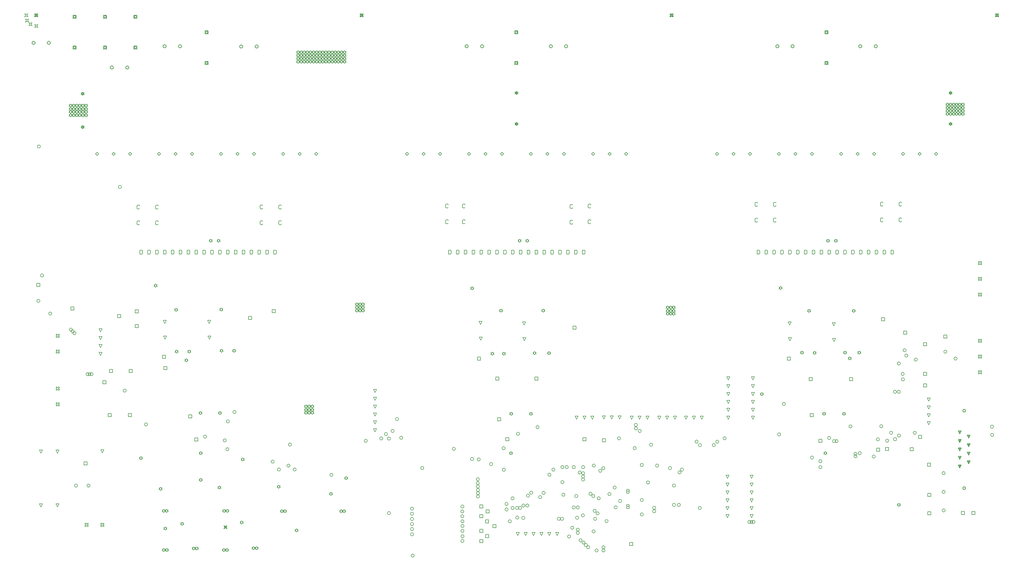
<source format=gbr>
%TF.GenerationSoftware,Altium Limited,Altium Designer,26.1.1 (7)*%
G04 Layer_Color=2752767*
%FSLAX43Y43*%
%MOMM*%
%TF.SameCoordinates,F910D8A4-5627-44EB-A571-6FFAAA827985*%
%TF.FilePolarity,Positive*%
%TF.FileFunction,Drawing*%
%TF.Part,Single*%
G01*
G75*
%TA.AperFunction,NonConductor*%
%ADD141C,0.127*%
%ADD142C,0.169*%
%ADD143C,0.102*%
D141*
X187653Y37479D02*
Y38495D01*
X188669D01*
Y37479D01*
X187653D01*
X181363Y37771D02*
Y38787D01*
X182379D01*
Y37771D01*
X181363D01*
X165931Y57328D02*
Y58344D01*
X166947D01*
Y57328D01*
X165931D01*
X16192Y79958D02*
Y80974D01*
X17208D01*
Y79958D01*
X16192D01*
X124158Y130369D02*
X124666Y130877D01*
X125174Y130369D01*
X124666Y129861D01*
X124158Y130369D01*
X129492D02*
X130000Y130877D01*
X130508Y130369D01*
X130000Y129861D01*
X129492Y130369D01*
X134826D02*
X135334Y130877D01*
X135842Y130369D01*
X135334Y129861D01*
X134826Y130369D01*
X94826D02*
X95334Y130877D01*
X95842Y130369D01*
X95334Y129861D01*
X94826Y130369D01*
X89492D02*
X90000Y130877D01*
X90508Y130369D01*
X90000Y129861D01*
X89492Y130369D01*
X84158D02*
X84666Y130877D01*
X85174Y130369D01*
X84666Y129861D01*
X84158Y130369D01*
X25775Y65337D02*
X25267Y66353D01*
X26283D01*
X25775Y65337D01*
Y67877D02*
X25267Y68893D01*
X26283D01*
X25775Y67877D01*
Y70417D02*
X25267Y71433D01*
X26283D01*
X25775Y70417D01*
Y72957D02*
X25267Y73973D01*
X26283D01*
X25775Y72957D01*
X228024Y12992D02*
X227516Y14008D01*
X228532D01*
X228024Y12992D01*
Y15532D02*
X227516Y16548D01*
X228532D01*
X228024Y15532D01*
Y18072D02*
X227516Y19088D01*
X228532D01*
X228024Y18072D01*
Y20612D02*
X227516Y21628D01*
X228532D01*
X228024Y20612D01*
Y23152D02*
X227516Y24168D01*
X228532D01*
X228024Y23152D01*
Y25692D02*
X227516Y26708D01*
X228532D01*
X228024Y25692D01*
X302985Y34487D02*
X302477Y35503D01*
X303493D01*
X302985Y34487D01*
Y34690D02*
X302680Y35300D01*
X303290D01*
X302985Y34690D01*
Y31747D02*
X302477Y32763D01*
X303493D01*
X302985Y31747D01*
Y31950D02*
X302680Y32560D01*
X303290D01*
X302985Y31950D01*
Y29007D02*
X302477Y30023D01*
X303493D01*
X302985Y29007D01*
Y29210D02*
X302680Y29820D01*
X303290D01*
X302985Y29210D01*
Y37227D02*
X302477Y38243D01*
X303493D01*
X302985Y37227D01*
Y37430D02*
X302680Y38040D01*
X303290D01*
X302985Y37430D01*
Y39967D02*
X302477Y40983D01*
X303493D01*
X302985Y39967D01*
Y40170D02*
X302680Y40780D01*
X303290D01*
X302985Y40170D01*
X305825Y35857D02*
X305317Y36873D01*
X306333D01*
X305825Y35857D01*
Y36060D02*
X305520Y36670D01*
X306130D01*
X305825Y36060D01*
Y33117D02*
X305317Y34133D01*
X306333D01*
X305825Y33117D01*
Y33320D02*
X305520Y33930D01*
X306130D01*
X305825Y33320D01*
Y30377D02*
X305317Y31393D01*
X306333D01*
X305825Y30377D01*
Y30580D02*
X305520Y31190D01*
X306130D01*
X305825Y30580D01*
Y38597D02*
X305317Y39613D01*
X306333D01*
X305825Y38597D01*
Y38800D02*
X305520Y39410D01*
X306130D01*
X305825Y38800D01*
X202257Y44717D02*
X201749Y45733D01*
X202765D01*
X202257Y44717D01*
X199717D02*
X199209Y45733D01*
X200225D01*
X199717Y44717D01*
X197177D02*
X196669Y45733D01*
X197685D01*
X197177Y44717D01*
X214662D02*
X214154Y45733D01*
X215170D01*
X214662Y44717D01*
X217202D02*
X216694Y45733D01*
X217710D01*
X217202Y44717D01*
X219742D02*
X219234Y45733D01*
X220250D01*
X219742Y44717D01*
X193241Y44779D02*
X192733Y45795D01*
X193749D01*
X193241Y44779D01*
X190701D02*
X190193Y45795D01*
X191209D01*
X190701Y44779D01*
X188161D02*
X187653Y45795D01*
X188669D01*
X188161Y44779D01*
X205992Y44717D02*
X205484Y45733D01*
X206500D01*
X205992Y44717D01*
X208532D02*
X208024Y45733D01*
X209040D01*
X208532Y44717D01*
X211072D02*
X210564Y45733D01*
X211580D01*
X211072Y44717D01*
X184411Y44729D02*
X183903Y45745D01*
X184919D01*
X184411Y44729D01*
X181871D02*
X181363Y45745D01*
X182379D01*
X181871Y44729D01*
X179331D02*
X178823Y45745D01*
X179839D01*
X179331Y44729D01*
X235865Y25717D02*
X235357Y26733D01*
X236373D01*
X235865Y25717D01*
Y23177D02*
X235357Y24193D01*
X236373D01*
X235865Y23177D01*
Y20637D02*
X235357Y21653D01*
X236373D01*
X235865Y20637D01*
Y18097D02*
X235357Y19113D01*
X236373D01*
X235865Y18097D01*
Y15557D02*
X235357Y16573D01*
X236373D01*
X235865Y15557D01*
Y13017D02*
X235357Y14033D01*
X236373D01*
X235865Y13017D01*
X148152Y12949D02*
Y13965D01*
X149168D01*
Y12949D01*
X148152D01*
X152363Y9809D02*
Y10825D01*
X153379D01*
Y9809D01*
X152363D01*
X114300Y53362D02*
X113792Y54378D01*
X114808D01*
X114300Y53362D01*
Y50822D02*
X113792Y51838D01*
X114808D01*
X114300Y50822D01*
Y48282D02*
X113792Y49298D01*
X114808D01*
X114300Y48282D01*
Y45742D02*
X113792Y46758D01*
X114808D01*
X114300Y45742D01*
Y43202D02*
X113792Y44218D01*
X114808D01*
X114300Y43202D01*
Y40662D02*
X113792Y41678D01*
X114808D01*
X114300Y40662D01*
X195524Y17251D02*
Y15981D01*
X196159D01*
X196371Y16193D01*
Y16405D01*
X196159Y16616D01*
X195524D01*
X196159D01*
X196371Y16828D01*
Y17039D01*
X196159Y17251D01*
X195524D01*
Y22131D02*
Y20861D01*
X196159D01*
X196371Y21073D01*
Y21285D01*
X196159Y21496D01*
X195524D01*
X196159D01*
X196371Y21708D01*
Y21919D01*
X196159Y22131D01*
X195524D01*
X3896Y165921D02*
Y165667D01*
X4404D01*
Y165921D01*
X4658D01*
Y166429D01*
X4404D01*
Y166683D01*
X3896D01*
Y166429D01*
X3642D01*
Y165921D01*
X3896D01*
X8846D02*
Y165667D01*
X9354D01*
Y165921D01*
X9608D01*
Y166429D01*
X9354D01*
Y166683D01*
X8846D01*
Y166429D01*
X8592D01*
Y165921D01*
X8846D01*
X29196Y157971D02*
Y157717D01*
X29704D01*
Y157971D01*
X29958D01*
Y158479D01*
X29704D01*
Y158733D01*
X29196D01*
Y158479D01*
X28942D01*
Y157971D01*
X29196D01*
X34146D02*
Y157717D01*
X34654D01*
Y157971D01*
X34908D01*
Y158479D01*
X34654D01*
Y158733D01*
X34146D01*
Y158479D01*
X33892D01*
Y157971D01*
X34146D01*
X26742Y174032D02*
Y175048D01*
X27758D01*
Y174032D01*
X26742D01*
X26945Y174235D02*
Y174845D01*
X27555D01*
Y174235D01*
X26945D01*
X26742Y164126D02*
Y165142D01*
X27758D01*
Y164126D01*
X26742D01*
X26945Y164329D02*
Y164939D01*
X27555D01*
Y164329D01*
X26945D01*
X148152Y4969D02*
Y5985D01*
X149168D01*
Y4969D01*
X148152D01*
Y16094D02*
Y17110D01*
X149168D01*
Y16094D01*
X148152D01*
Y8219D02*
Y9235D01*
X149168D01*
Y8219D01*
X148152D01*
X150175Y14494D02*
Y15510D01*
X151191D01*
Y14494D01*
X150175D01*
X149967Y6519D02*
Y7535D01*
X150983D01*
Y6519D01*
X149967D01*
Y11319D02*
Y12335D01*
X150983D01*
Y11319D01*
X149967D01*
X306892Y13972D02*
Y14988D01*
X307908D01*
Y13972D01*
X306892D01*
X303497D02*
Y14988D01*
X304513D01*
Y13972D01*
X303497D01*
X25882Y10217D02*
X26136D01*
X26390Y10471D01*
X26644Y10217D01*
X26898D01*
Y10471D01*
X26644Y10725D01*
X26898Y10979D01*
Y11233D01*
X26644D01*
X26390Y10979D01*
X26136Y11233D01*
X25882D01*
Y10979D01*
X26136Y10725D01*
X25882Y10471D01*
Y10217D01*
X20802D02*
X21056D01*
X21310Y10471D01*
X21564Y10217D01*
X21818D01*
Y10471D01*
X21564Y10725D01*
X21818Y10979D01*
Y11233D01*
X21564D01*
X21310Y10979D01*
X21056Y11233D01*
X20802D01*
Y10979D01*
X21056Y10725D01*
X20802Y10471D01*
Y10217D01*
X31307Y77506D02*
Y78522D01*
X32323D01*
Y77506D01*
X31307D01*
X36938Y78997D02*
Y80013D01*
X37954D01*
Y78997D01*
X36938D01*
X6564Y16455D02*
X6056Y17471D01*
X7072D01*
X6564Y16455D01*
X11898D02*
X11390Y17471D01*
X12406D01*
X11898Y16455D01*
Y33854D02*
X11390Y34870D01*
X12406D01*
X11898Y33854D01*
X6564D02*
X6056Y34870D01*
X7072D01*
X6564Y33854D01*
X20406Y29962D02*
Y30978D01*
X21422D01*
Y29962D01*
X20406D01*
X46191Y164805D02*
Y164551D01*
X46699D01*
Y164805D01*
X46953D01*
Y165313D01*
X46699D01*
Y165567D01*
X46191D01*
Y165313D01*
X45937D01*
Y164805D01*
X46191D01*
X51141D02*
Y164551D01*
X51649D01*
Y164805D01*
X51903D01*
Y165313D01*
X51649D01*
Y165567D01*
X51141D01*
Y165313D01*
X50887D01*
Y164805D01*
X51141D01*
X11492Y49031D02*
X11746D01*
X12000Y49285D01*
X12254Y49031D01*
X12508D01*
Y49285D01*
X12254Y49539D01*
X12508Y49793D01*
Y50047D01*
X12254D01*
X12000Y49793D01*
X11746Y50047D01*
X11492D01*
Y49793D01*
X11746Y49539D01*
X11492Y49285D01*
Y49031D01*
Y54111D02*
X11746D01*
X12000Y54365D01*
X12254Y54111D01*
X12508D01*
Y54365D01*
X12254Y54619D01*
X12508Y54873D01*
Y55127D01*
X12254D01*
X12000Y54873D01*
X11746Y55127D01*
X11492D01*
Y54873D01*
X11746Y54619D01*
X11492Y54365D01*
Y54111D01*
Y66031D02*
X11746D01*
X12000Y66285D01*
X12254Y66031D01*
X12508D01*
Y66285D01*
X12254Y66539D01*
X12508Y66793D01*
Y67047D01*
X12254D01*
X12000Y66793D01*
X11746Y67047D01*
X11492D01*
Y66793D01*
X11746Y66539D01*
X11492Y66285D01*
Y66031D01*
Y71111D02*
X11746D01*
X12000Y71365D01*
X12254Y71111D01*
X12508D01*
Y71365D01*
X12254Y71619D01*
X12508Y71873D01*
Y72127D01*
X12254D01*
X12000Y71873D01*
X11746Y72127D01*
X11492D01*
Y71873D01*
X11746Y71619D01*
X11492Y71365D01*
Y71111D01*
X58801Y99298D02*
Y98029D01*
X59436D01*
X59647Y98240D01*
Y99087D01*
X59436Y99298D01*
X58801D01*
X38481D02*
Y98029D01*
X39116D01*
X39327Y98240D01*
Y99087D01*
X39116Y99298D01*
X38481D01*
X56261D02*
Y98029D01*
X56896D01*
X57107Y98240D01*
Y99087D01*
X56896Y99298D01*
X56261D01*
X48641D02*
Y98029D01*
X49276D01*
X49487Y98240D01*
Y99087D01*
X49276Y99298D01*
X48641D01*
X53721D02*
Y98029D01*
X54356D01*
X54567Y98240D01*
Y99087D01*
X54356Y99298D01*
X53721D01*
X46101D02*
Y98029D01*
X46736D01*
X46947Y98240D01*
Y99087D01*
X46736Y99298D01*
X46101D01*
X51181D02*
Y98029D01*
X51816D01*
X52027Y98240D01*
Y99087D01*
X51816Y99298D01*
X51181D01*
X43561D02*
Y98029D01*
X44196D01*
X44407Y98240D01*
Y99087D01*
X44196Y99298D01*
X43561D01*
X41021D02*
Y98029D01*
X41656D01*
X41867Y98240D01*
Y99087D01*
X41656Y99298D01*
X41021D01*
X61341D02*
Y98029D01*
X61976D01*
X62187Y98240D01*
Y99087D01*
X61976Y99298D01*
X61341D01*
X63881D02*
Y98029D01*
X64516D01*
X64727Y98240D01*
Y99087D01*
X64516Y99298D01*
X63881D01*
X66421D02*
Y98029D01*
X67056D01*
X67267Y98240D01*
Y99087D01*
X67056Y99298D01*
X66421D01*
X71501D02*
Y98029D01*
X72136D01*
X72347Y98240D01*
Y99087D01*
X72136Y99298D01*
X71501D01*
X81661D02*
Y98029D01*
X82296D01*
X82507Y98240D01*
Y99087D01*
X82296Y99298D01*
X81661D01*
X79121D02*
Y98029D01*
X79756D01*
X79967Y98240D01*
Y99087D01*
X79756Y99298D01*
X79121D01*
X68961D02*
Y98029D01*
X69596D01*
X69807Y98240D01*
Y99087D01*
X69596Y99298D01*
X68961D01*
X74041D02*
Y98029D01*
X74676D01*
X74887Y98240D01*
Y99087D01*
X74676Y99298D01*
X74041D01*
X76581D02*
Y98029D01*
X77216D01*
X77427Y98240D01*
Y99087D01*
X77216Y99298D01*
X76581D01*
X56203Y37724D02*
Y38740D01*
X57219D01*
Y37724D01*
X56203D01*
X54206Y45153D02*
Y46169D01*
X55222D01*
Y45153D01*
X54206D01*
X46623Y70562D02*
X46115Y71578D01*
X47131D01*
X46623Y70562D01*
X46548Y75637D02*
X46040Y76653D01*
X47056D01*
X46548Y75637D01*
X45744Y64403D02*
Y65419D01*
X46760D01*
Y64403D01*
X45744D01*
X73533Y76896D02*
Y77912D01*
X74549D01*
Y76896D01*
X73533D01*
X46146Y60742D02*
Y61758D01*
X47162D01*
Y60742D01*
X46146D01*
X60881Y70562D02*
X60373Y71578D01*
X61389D01*
X60881Y70562D01*
X60806Y75637D02*
X60298Y76653D01*
X61314D01*
X60806Y75637D01*
X81153Y79127D02*
Y80143D01*
X82169D01*
Y79127D01*
X81153D01*
X158394Y99279D02*
Y98010D01*
X159029D01*
X159241Y98221D01*
Y99068D01*
X159029Y99279D01*
X158394D01*
X138074D02*
Y98010D01*
X138709D01*
X138921Y98221D01*
Y99068D01*
X138709Y99279D01*
X138074D01*
X155854D02*
Y98010D01*
X156489D01*
X156701Y98221D01*
Y99068D01*
X156489Y99279D01*
X155854D01*
X148234D02*
Y98010D01*
X148869D01*
X149081Y98221D01*
Y99068D01*
X148869Y99279D01*
X148234D01*
X153314D02*
Y98010D01*
X153949D01*
X154161Y98221D01*
Y99068D01*
X153949Y99279D01*
X153314D01*
X145694D02*
Y98010D01*
X146329D01*
X146541Y98221D01*
Y99068D01*
X146329Y99279D01*
X145694D01*
X150774D02*
Y98010D01*
X151409D01*
X151621Y98221D01*
Y99068D01*
X151409Y99279D01*
X150774D01*
X143154D02*
Y98010D01*
X143789D01*
X144001Y98221D01*
Y99068D01*
X143789Y99279D01*
X143154D01*
X140614D02*
Y98010D01*
X141249D01*
X141461Y98221D01*
Y99068D01*
X141249Y99279D01*
X140614D01*
X160934D02*
Y98010D01*
X161569D01*
X161781Y98221D01*
Y99068D01*
X161569Y99279D01*
X160934D01*
X163474D02*
Y98010D01*
X164109D01*
X164321Y98221D01*
Y99068D01*
X164109Y99279D01*
X163474D01*
X166014D02*
Y98010D01*
X166649D01*
X166861Y98221D01*
Y99068D01*
X166649Y99279D01*
X166014D01*
X171094D02*
Y98010D01*
X171729D01*
X171941Y98221D01*
Y99068D01*
X171729Y99279D01*
X171094D01*
X181254D02*
Y98010D01*
X181889D01*
X182101Y98221D01*
Y99068D01*
X181889Y99279D01*
X181254D01*
X178714D02*
Y98010D01*
X179349D01*
X179561Y98221D01*
Y99068D01*
X179349Y99279D01*
X178714D01*
X168554D02*
Y98010D01*
X169189D01*
X169401Y98221D01*
Y99068D01*
X169189Y99279D01*
X168554D01*
X173634D02*
Y98010D01*
X174269D01*
X174481Y98221D01*
Y99068D01*
X174269Y99279D01*
X173634D01*
X176174D02*
Y98010D01*
X176809D01*
X177021Y98221D01*
Y99068D01*
X176809Y99279D01*
X176174D01*
X275692D02*
Y98010D01*
X276326D01*
X276538Y98221D01*
Y99068D01*
X276326Y99279D01*
X275692D01*
X273152D02*
Y98010D01*
X273786D01*
X273998Y98221D01*
Y99068D01*
X273786Y99279D01*
X273152D01*
X268072D02*
Y98010D01*
X268706D01*
X268918Y98221D01*
Y99068D01*
X268706Y99279D01*
X268072D01*
X278232D02*
Y98010D01*
X278866D01*
X279078Y98221D01*
Y99068D01*
X278866Y99279D01*
X278232D01*
X280772D02*
Y98010D01*
X281406D01*
X281618Y98221D01*
Y99068D01*
X281406Y99279D01*
X280772D01*
X270612D02*
Y98010D01*
X271246D01*
X271458Y98221D01*
Y99068D01*
X271246Y99279D01*
X270612D01*
X265532D02*
Y98010D01*
X266166D01*
X266378Y98221D01*
Y99068D01*
X266166Y99279D01*
X265532D01*
X262992D02*
Y98010D01*
X263626D01*
X263838Y98221D01*
Y99068D01*
X263626Y99279D01*
X262992D01*
X260452D02*
Y98010D01*
X261086D01*
X261298Y98221D01*
Y99068D01*
X261086Y99279D01*
X260452D01*
X240132D02*
Y98010D01*
X240766D01*
X240978Y98221D01*
Y99068D01*
X240766Y99279D01*
X240132D01*
X242672D02*
Y98010D01*
X243306D01*
X243518Y98221D01*
Y99068D01*
X243306Y99279D01*
X242672D01*
X250292D02*
Y98010D01*
X250926D01*
X251138Y98221D01*
Y99068D01*
X250926Y99279D01*
X250292D01*
X245212D02*
Y98010D01*
X245846D01*
X246058Y98221D01*
Y99068D01*
X245846Y99279D01*
X245212D01*
X252832D02*
Y98010D01*
X253466D01*
X253678Y98221D01*
Y99068D01*
X253466Y99279D01*
X252832D01*
X247752D02*
Y98010D01*
X248386D01*
X248598Y98221D01*
Y99068D01*
X248386Y99279D01*
X247752D01*
X255372D02*
Y98010D01*
X256006D01*
X256218Y98221D01*
Y99068D01*
X256006Y99279D01*
X255372D01*
X237592D02*
Y98010D01*
X238226D01*
X238438Y98221D01*
Y99068D01*
X238226Y99279D01*
X237592D01*
X257912D02*
Y98010D01*
X258546D01*
X258758Y98221D01*
Y99068D01*
X258546Y99279D01*
X257912D01*
X44409Y113602D02*
X44197Y113813D01*
X43774D01*
X43562Y113602D01*
Y112755D01*
X43774Y112544D01*
X44197D01*
X44409Y112755D01*
Y108522D02*
X44197Y108733D01*
X43774D01*
X43562Y108522D01*
Y107675D01*
X43774Y107464D01*
X44197D01*
X44409Y107675D01*
X38409Y113602D02*
X38197Y113813D01*
X37774D01*
X37562Y113602D01*
Y112755D01*
X37774Y112544D01*
X38197D01*
X38409Y112755D01*
Y108522D02*
X38197Y108733D01*
X37774D01*
X37562Y108522D01*
Y107675D01*
X37774Y107464D01*
X38197D01*
X38409Y107675D01*
X78123Y113650D02*
X77912Y113862D01*
X77489D01*
X77277Y113650D01*
Y112804D01*
X77489Y112592D01*
X77912D01*
X78123Y112804D01*
Y108570D02*
X77912Y108782D01*
X77489D01*
X77277Y108570D01*
Y107724D01*
X77489Y107512D01*
X77912D01*
X78123Y107724D01*
X84123Y113650D02*
X83912Y113862D01*
X83489D01*
X83277Y113650D01*
Y112804D01*
X83489Y112592D01*
X83912D01*
X84123Y112804D01*
Y108570D02*
X83912Y108782D01*
X83489D01*
X83277Y108570D01*
Y107724D01*
X83489Y107512D01*
X83912D01*
X84123Y107724D01*
X284226Y114564D02*
X284015Y114776D01*
X283591D01*
X283380Y114564D01*
Y113718D01*
X283591Y113506D01*
X284015D01*
X284226Y113718D01*
Y109484D02*
X284015Y109696D01*
X283591D01*
X283380Y109484D01*
Y108638D01*
X283591Y108426D01*
X284015D01*
X284226Y108638D01*
X278226Y114564D02*
X278015Y114776D01*
X277591D01*
X277380Y114564D01*
Y113718D01*
X277591Y113506D01*
X278015D01*
X278226Y113718D01*
Y109484D02*
X278015Y109696D01*
X277591D01*
X277380Y109484D01*
Y108638D01*
X277591Y108426D01*
X278015D01*
X278226Y108638D01*
X237734Y114488D02*
X237522Y114700D01*
X237099D01*
X236888Y114488D01*
Y113642D01*
X237099Y113430D01*
X237522D01*
X237734Y113642D01*
Y109408D02*
X237522Y109620D01*
X237099D01*
X236888Y109408D01*
Y108562D01*
X237099Y108350D01*
X237522D01*
X237734Y108562D01*
X243734Y114488D02*
X243522Y114700D01*
X243099D01*
X242888Y114488D01*
Y113642D01*
X243099Y113430D01*
X243522D01*
X243734Y113642D01*
Y109408D02*
X243522Y109620D01*
X243099D01*
X242888Y109408D01*
Y108562D01*
X243099Y108350D01*
X243522D01*
X243734Y108562D01*
X247352Y63818D02*
Y64834D01*
X248368D01*
Y63818D01*
X247352D01*
X262443Y69811D02*
X261935Y70827D01*
X262951D01*
X262443Y69811D01*
X262368Y74886D02*
X261860Y75902D01*
X262876D01*
X262368Y74886D01*
X248151Y70052D02*
X247643Y71068D01*
X248659D01*
X248151Y70052D01*
X248076Y75127D02*
X247568Y76143D01*
X248584D01*
X248076Y75127D01*
X267419Y57221D02*
Y58237D01*
X268435D01*
Y57221D01*
X267419D01*
X254363D02*
Y58237D01*
X255379D01*
Y57221D01*
X254363D01*
X257494Y37280D02*
Y38296D01*
X258510D01*
Y37280D01*
X257494D01*
X277724Y76524D02*
Y77540D01*
X278740D01*
Y76524D01*
X277724D01*
X254715Y45597D02*
Y46613D01*
X255731D01*
Y45597D01*
X254715D01*
X16917Y174032D02*
Y175048D01*
X17933D01*
Y174032D01*
X16917D01*
X17120Y174235D02*
Y174845D01*
X17730D01*
Y174235D01*
X17120D01*
X16917Y164126D02*
Y165142D01*
X17933D01*
Y164126D01*
X16917D01*
X17120Y164329D02*
Y164939D01*
X17730D01*
Y164329D01*
X17120D01*
X5216Y87604D02*
Y88620D01*
X6232D01*
Y87604D01*
X5216D01*
X75881Y164729D02*
Y164475D01*
X76389D01*
Y164729D01*
X76643D01*
Y165237D01*
X76389D01*
Y165491D01*
X75881D01*
Y165237D01*
X75627D01*
Y164729D01*
X75881D01*
X70931D02*
Y164475D01*
X71439D01*
Y164729D01*
X71693D01*
Y165237D01*
X71439D01*
Y165491D01*
X70931D01*
Y165237D01*
X70677D01*
Y164729D01*
X70931D01*
X59492Y159130D02*
Y160146D01*
X60508D01*
Y159130D01*
X59492D01*
X59695Y159333D02*
Y159943D01*
X60305D01*
Y159333D01*
X59695D01*
X59492Y169036D02*
Y170052D01*
X60508D01*
Y169036D01*
X59492D01*
X59695Y169239D02*
Y169849D01*
X60305D01*
Y169239D01*
X59695D01*
X36492Y164126D02*
Y165142D01*
X37508D01*
Y164126D01*
X36492D01*
X36695Y164329D02*
Y164939D01*
X37305D01*
Y164329D01*
X36695D01*
X36492Y174032D02*
Y175048D01*
X37508D01*
Y174032D01*
X36492D01*
X36695Y174235D02*
Y174845D01*
X37305D01*
Y174235D01*
X36695D01*
X159385Y159130D02*
Y160146D01*
X160401D01*
Y159130D01*
X159385D01*
X159588Y159333D02*
Y159943D01*
X160198D01*
Y159333D01*
X159588D01*
X159385Y169036D02*
Y170052D01*
X160401D01*
Y169036D01*
X159385D01*
X159588Y169239D02*
Y169849D01*
X160198D01*
Y169239D01*
X159588D01*
X259486Y159130D02*
Y160146D01*
X260502D01*
Y159130D01*
X259486D01*
X259690Y159333D02*
Y159943D01*
X260299D01*
Y159333D01*
X259690D01*
X259486Y169036D02*
Y170052D01*
X260502D01*
Y169036D01*
X259486D01*
X259690Y169239D02*
Y169849D01*
X260299D01*
Y169239D01*
X259690D01*
X148615Y164750D02*
Y164496D01*
X149123D01*
Y164750D01*
X149377D01*
Y165258D01*
X149123D01*
Y165512D01*
X148615D01*
Y165258D01*
X148361D01*
Y164750D01*
X148615D01*
X143665D02*
Y164496D01*
X144173D01*
Y164750D01*
X144427D01*
Y165258D01*
X144173D01*
Y165512D01*
X143665D01*
Y165258D01*
X143411D01*
Y164750D01*
X143665D01*
X248804Y164780D02*
Y164526D01*
X249312D01*
Y164780D01*
X249566D01*
Y165288D01*
X249312D01*
Y165542D01*
X248804D01*
Y165288D01*
X248550D01*
Y164780D01*
X248804D01*
X243854D02*
Y164526D01*
X244362D01*
Y164780D01*
X244616D01*
Y165288D01*
X244362D01*
Y165542D01*
X243854D01*
Y165288D01*
X243600D01*
Y164780D01*
X243854D01*
X275615Y164805D02*
Y164551D01*
X276123D01*
Y164805D01*
X276377D01*
Y165313D01*
X276123D01*
Y165567D01*
X275615D01*
Y165313D01*
X275361D01*
Y164805D01*
X275615D01*
X270665D02*
Y164551D01*
X271173D01*
Y164805D01*
X271427D01*
Y165313D01*
X271173D01*
Y165567D01*
X270665D01*
Y165313D01*
X270411D01*
Y164805D01*
X270665D01*
X175717Y164750D02*
Y164496D01*
X176225D01*
Y164750D01*
X176479D01*
Y165258D01*
X176225D01*
Y165512D01*
X175717D01*
Y165258D01*
X175463D01*
Y164750D01*
X175717D01*
X160000Y139496D02*
X160254Y139750D01*
X160508D01*
X160254Y140004D01*
X160508Y140258D01*
X160254D01*
X160000Y140512D01*
X159746Y140258D01*
X159492D01*
X159746Y140004D01*
X159492Y139750D01*
X159746D01*
X160000Y139496D01*
Y139699D02*
X160152Y139851D01*
X160305D01*
X160152Y140004D01*
X160305Y140156D01*
X160152D01*
X160000Y140309D01*
X159848Y140156D01*
X159695D01*
X159848Y140004D01*
X159695Y139851D01*
X159848D01*
X160000Y139699D01*
Y149496D02*
X160254Y149750D01*
X160508D01*
X160254Y150004D01*
X160508Y150258D01*
X160254D01*
X160000Y150512D01*
X159746Y150258D01*
X159492D01*
X159746Y150004D01*
X159492Y149750D01*
X159746D01*
X160000Y149496D01*
Y149699D02*
X160152Y149851D01*
X160305D01*
X160152Y150004D01*
X160305Y150156D01*
X160152D01*
X160000Y150309D01*
X159848Y150156D01*
X159695D01*
X159848Y150004D01*
X159695Y149851D01*
X159848D01*
X160000Y149699D01*
X300000Y139496D02*
X300254Y139750D01*
X300508D01*
X300254Y140004D01*
X300508Y140258D01*
X300254D01*
X300000Y140512D01*
X299746Y140258D01*
X299492D01*
X299746Y140004D01*
X299492Y139750D01*
X299746D01*
X300000Y139496D01*
Y139699D02*
X300152Y139851D01*
X300305D01*
X300152Y140004D01*
X300305Y140156D01*
X300152D01*
X300000Y140309D01*
X299848Y140156D01*
X299695D01*
X299848Y140004D01*
X299695Y139851D01*
X299848D01*
X300000Y139699D01*
Y149496D02*
X300254Y149750D01*
X300508D01*
X300254Y150004D01*
X300508Y150258D01*
X300254D01*
X300000Y150512D01*
X299746Y150258D01*
X299492D01*
X299746Y150004D01*
X299492Y149750D01*
X299746D01*
X300000Y149496D01*
Y149699D02*
X300152Y149851D01*
X300305D01*
X300152Y150004D01*
X300305Y150156D01*
X300152D01*
X300000Y150309D01*
X299848Y150156D01*
X299695D01*
X299848Y150004D01*
X299695Y149851D01*
X299848D01*
X300000Y149699D01*
X20000Y138468D02*
X20254Y138722D01*
X20508D01*
X20254Y138976D01*
X20508Y139230D01*
X20254D01*
X20000Y139484D01*
X19746Y139230D01*
X19492D01*
X19746Y138976D01*
X19492Y138722D01*
X19746D01*
X20000Y138468D01*
Y138671D02*
X20152Y138824D01*
X20305D01*
X20152Y138976D01*
X20305Y139128D01*
X20152D01*
X20000Y139281D01*
X19848Y139128D01*
X19695D01*
X19848Y138976D01*
X19695Y138824D01*
X19848D01*
X20000Y138671D01*
Y149218D02*
X20254Y149472D01*
X20508D01*
X20254Y149726D01*
X20508Y149980D01*
X20254D01*
X20000Y150234D01*
X19746Y149980D01*
X19492D01*
X19746Y149726D01*
X19492Y149472D01*
X19746D01*
X20000Y149218D01*
Y149421D02*
X20152Y149574D01*
X20305D01*
X20152Y149726D01*
X20305Y149878D01*
X20152D01*
X20000Y150031D01*
X19848Y149878D01*
X19695D01*
X19848Y149726D01*
X19695Y149574D01*
X19848D01*
X20000Y149421D01*
X184158Y130369D02*
X184666Y130877D01*
X185174Y130369D01*
X184666Y129861D01*
X184158Y130369D01*
X189492D02*
X190000Y130877D01*
X190508Y130369D01*
X190000Y129861D01*
X189492Y130369D01*
X194826D02*
X195334Y130877D01*
X195842Y130369D01*
X195334Y129861D01*
X194826Y130369D01*
X164158D02*
X164666Y130877D01*
X165174Y130369D01*
X164666Y129861D01*
X164158Y130369D01*
X169492D02*
X170000Y130877D01*
X170508Y130369D01*
X170000Y129861D01*
X169492Y130369D01*
X174826D02*
X175334Y130877D01*
X175842Y130369D01*
X175334Y129861D01*
X174826Y130369D01*
X44158D02*
X44666Y130877D01*
X45174Y130369D01*
X44666Y129861D01*
X44158Y130369D01*
X49492D02*
X50000Y130877D01*
X50508Y130369D01*
X50000Y129861D01*
X49492Y130369D01*
X54826D02*
X55334Y130877D01*
X55842Y130369D01*
X55334Y129861D01*
X54826Y130369D01*
X24158D02*
X24666Y130877D01*
X25174Y130369D01*
X24666Y129861D01*
X24158Y130369D01*
X29492D02*
X30000Y130877D01*
X30508Y130369D01*
X30000Y129861D01*
X29492Y130369D01*
X34826D02*
X35334Y130877D01*
X35842Y130369D01*
X35334Y129861D01*
X34826Y130369D01*
X64158D02*
X64666Y130877D01*
X65174Y130369D01*
X64666Y129861D01*
X64158Y130369D01*
X69492D02*
X70000Y130877D01*
X70508Y130369D01*
X70000Y129861D01*
X69492Y130369D01*
X74826D02*
X75334Y130877D01*
X75842Y130369D01*
X75334Y129861D01*
X74826Y130369D01*
X284158D02*
X284666Y130877D01*
X285174Y130369D01*
X284666Y129861D01*
X284158Y130369D01*
X289492D02*
X290000Y130877D01*
X290508Y130369D01*
X290000Y129861D01*
X289492Y130369D01*
X294826D02*
X295334Y130877D01*
X295842Y130369D01*
X295334Y129861D01*
X294826Y130369D01*
X264158D02*
X264666Y130877D01*
X265174Y130369D01*
X264666Y129861D01*
X264158Y130369D01*
X269492D02*
X270000Y130877D01*
X270508Y130369D01*
X270000Y129861D01*
X269492Y130369D01*
X274826D02*
X275334Y130877D01*
X275842Y130369D01*
X275334Y129861D01*
X274826Y130369D01*
X144158D02*
X144666Y130877D01*
X145174Y130369D01*
X144666Y129861D01*
X144158Y130369D01*
X149492D02*
X150000Y130877D01*
X150508Y130369D01*
X150000Y129861D01*
X149492Y130369D01*
X154826D02*
X155334Y130877D01*
X155842Y130369D01*
X155334Y129861D01*
X154826Y130369D01*
X224158D02*
X224666Y130877D01*
X225174Y130369D01*
X224666Y129861D01*
X224158Y130369D01*
X229492D02*
X230000Y130877D01*
X230508Y130369D01*
X230000Y129861D01*
X229492Y130369D01*
X234826D02*
X235334Y130877D01*
X235842Y130369D01*
X235334Y129861D01*
X234826Y130369D01*
X244158D02*
X244666Y130877D01*
X245174Y130369D01*
X244666Y129861D01*
X244158Y130369D01*
X249492D02*
X250000Y130877D01*
X250508Y130369D01*
X250000Y129861D01*
X249492Y130369D01*
X254826D02*
X255334Y130877D01*
X255842Y130369D01*
X255334Y129861D01*
X254826Y130369D01*
X170767Y164750D02*
Y164496D01*
X171275D01*
Y164750D01*
X171529D01*
Y165258D01*
X171275D01*
Y165512D01*
X170767D01*
Y165258D01*
X170513D01*
Y164750D01*
X170767D01*
X308967Y59412D02*
X309221D01*
X309475Y59666D01*
X309729Y59412D01*
X309983D01*
Y59666D01*
X309729Y59920D01*
X309983Y60174D01*
Y60428D01*
X309729D01*
X309475Y60174D01*
X309221Y60428D01*
X308967D01*
Y60174D01*
X309221Y59920D01*
X308967Y59666D01*
Y59412D01*
Y64492D02*
X309221D01*
X309475Y64746D01*
X309729Y64492D01*
X309983D01*
Y64746D01*
X309729Y65000D01*
X309983Y65254D01*
Y65508D01*
X309729D01*
X309475Y65254D01*
X309221Y65508D01*
X308967D01*
Y65254D01*
X309221Y65000D01*
X308967Y64746D01*
Y64492D01*
Y69572D02*
X309221D01*
X309475Y69826D01*
X309729Y69572D01*
X309983D01*
Y69826D01*
X309729Y70080D01*
X309983Y70334D01*
Y70588D01*
X309729D01*
X309475Y70334D01*
X309221Y70588D01*
X308967D01*
Y70334D01*
X309221Y70080D01*
X308967Y69826D01*
Y69572D01*
Y84412D02*
X309221D01*
X309475Y84666D01*
X309729Y84412D01*
X309983D01*
Y84666D01*
X309729Y84920D01*
X309983Y85174D01*
Y85428D01*
X309729D01*
X309475Y85174D01*
X309221Y85428D01*
X308967D01*
Y85174D01*
X309221Y84920D01*
X308967Y84666D01*
Y84412D01*
Y89492D02*
X309221D01*
X309475Y89746D01*
X309729Y89492D01*
X309983D01*
Y89746D01*
X309729Y90000D01*
X309983Y90254D01*
Y90508D01*
X309729D01*
X309475Y90254D01*
X309221Y90508D01*
X308967D01*
Y90254D01*
X309221Y90000D01*
X308967Y89746D01*
Y89492D01*
Y94572D02*
X309221D01*
X309475Y94826D01*
X309729Y94572D01*
X309983D01*
Y94826D01*
X309729Y95080D01*
X309983Y95334D01*
Y95588D01*
X309729D01*
X309475Y95334D01*
X309221Y95588D01*
X308967D01*
Y95334D01*
X309221Y95080D01*
X308967Y94826D01*
Y94572D01*
X36938Y74292D02*
Y75308D01*
X37954D01*
Y74292D01*
X36938D01*
X196467Y4042D02*
Y5058D01*
X197483D01*
Y4042D01*
X196467D01*
X292677Y19836D02*
Y20852D01*
X293693D01*
Y19836D01*
X292677D01*
X292564Y29546D02*
Y30562D01*
X293580D01*
Y29546D01*
X292564D01*
X286967Y34567D02*
Y35583D01*
X287983D01*
Y34567D01*
X286967D01*
X173080Y7192D02*
X172572Y8208D01*
X173588D01*
X173080Y7192D01*
X170540D02*
X170032Y8208D01*
X171048D01*
X170540Y7192D01*
X168000D02*
X167492Y8208D01*
X168508D01*
X168000Y7192D01*
X165460D02*
X164952Y8208D01*
X165968D01*
X165460Y7192D01*
X162920D02*
X162412Y8208D01*
X163428D01*
X162920Y7192D01*
X160380D02*
X159872Y8208D01*
X160888D01*
X160380Y7192D01*
X147348Y63813D02*
Y64829D01*
X148364D01*
Y63813D01*
X147348D01*
X156500Y37829D02*
Y38845D01*
X157516D01*
Y37829D01*
X156500D01*
X162528Y70058D02*
X162020Y71074D01*
X163036D01*
X162528Y70058D01*
X162453Y75133D02*
X161945Y76149D01*
X162961D01*
X162453Y75133D01*
X292961Y45530D02*
X292453Y46546D01*
X293469D01*
X292961Y45530D01*
Y48070D02*
X292453Y49086D01*
X293469D01*
X292961Y48070D01*
Y50610D02*
X292453Y51626D01*
X293469D01*
X292961Y50610D01*
Y42990D02*
X292453Y44006D01*
X293469D01*
X292961Y42990D01*
X178206Y73809D02*
Y74825D01*
X179222D01*
Y73809D01*
X178206D01*
X153315Y57328D02*
Y58344D01*
X154331D01*
Y57328D01*
X153315D01*
X153866Y44220D02*
Y45236D01*
X154882D01*
Y44220D01*
X153866D01*
X228279Y57462D02*
X227771Y58478D01*
X228787D01*
X228279Y57462D01*
Y54922D02*
X227771Y55938D01*
X228787D01*
X228279Y54922D01*
Y52382D02*
X227771Y53398D01*
X228787D01*
X228279Y52382D01*
Y49842D02*
X227771Y50858D01*
X228787D01*
X228279Y49842D01*
Y47302D02*
X227771Y48318D01*
X228787D01*
X228279Y47302D01*
Y44762D02*
X227771Y45778D01*
X228787D01*
X228279Y44762D01*
X35037Y59797D02*
Y60813D01*
X36053D01*
Y59797D01*
X35037D01*
X34785Y45597D02*
Y46613D01*
X35801D01*
Y45597D01*
X34785D01*
X28257Y45597D02*
Y46613D01*
X29273D01*
Y45597D01*
X28257D01*
X28677Y59797D02*
Y60813D01*
X29693D01*
Y59797D01*
X28677D01*
X26517Y56177D02*
Y57193D01*
X27533D01*
Y56177D01*
X26517D01*
X292627Y13902D02*
Y14918D01*
X293643D01*
Y13902D01*
X292627D01*
X291298Y55125D02*
Y56141D01*
X292314D01*
Y55125D01*
X291298D01*
X276101Y34392D02*
Y35408D01*
X277117D01*
Y34392D01*
X276101D01*
X289672Y38570D02*
Y39586D01*
X290688D01*
Y38570D01*
X289672D01*
X291298Y58859D02*
Y59875D01*
X292314D01*
Y58859D01*
X291298D01*
X297808Y70920D02*
Y71936D01*
X298824D01*
Y70920D01*
X297808D01*
X284888Y72143D02*
Y73159D01*
X285904D01*
Y72143D01*
X284888D01*
X291273Y68451D02*
Y69467D01*
X292289D01*
Y68451D01*
X291273D01*
X236279Y57452D02*
X235771Y58468D01*
X236787D01*
X236279Y57452D01*
Y54912D02*
X235771Y55928D01*
X236787D01*
X236279Y54912D01*
Y52372D02*
X235771Y53388D01*
X236787D01*
X236279Y52372D01*
Y49832D02*
X235771Y50848D01*
X236787D01*
X236279Y49832D01*
Y47292D02*
X235771Y48308D01*
X236787D01*
X236279Y47292D01*
Y44752D02*
X235771Y45768D01*
X236787D01*
X236279Y44752D01*
X279047Y34664D02*
Y35680D01*
X280063D01*
Y34664D01*
X279047D01*
X148377Y75272D02*
X147869Y76288D01*
X148885D01*
X148377Y75272D01*
X148452Y70197D02*
X147944Y71213D01*
X148960D01*
X148452Y70197D01*
X183941Y108866D02*
X183729Y109077D01*
X183306D01*
X183094Y108866D01*
Y108019D01*
X183306Y107808D01*
X183729D01*
X183941Y108019D01*
Y113946D02*
X183729Y114157D01*
X183306D01*
X183094Y113946D01*
Y113099D01*
X183306Y112888D01*
X183729D01*
X183941Y113099D01*
X178124Y108739D02*
X177913Y108950D01*
X177489D01*
X177278Y108739D01*
Y107892D01*
X177489Y107681D01*
X177913D01*
X178124Y107892D01*
Y113819D02*
X177913Y114030D01*
X177489D01*
X177278Y113819D01*
Y112972D01*
X177489Y112761D01*
X177913D01*
X178124Y112972D01*
X143391Y108866D02*
X143180Y109077D01*
X142756D01*
X142545Y108866D01*
Y108019D01*
X142756Y107808D01*
X143180D01*
X143391Y108019D01*
Y113946D02*
X143180Y114157D01*
X142756D01*
X142545Y113946D01*
Y113099D01*
X142756Y112888D01*
X143180D01*
X143391Y113099D01*
X137956Y108866D02*
X137744Y109077D01*
X137321D01*
X137109Y108866D01*
Y108019D01*
X137321Y107808D01*
X137744D01*
X137956Y108019D01*
Y113946D02*
X137744Y114157D01*
X137321D01*
X137109Y113946D01*
Y113099D01*
X137321Y112888D01*
X137744D01*
X137956Y113099D01*
X1567Y172842D02*
X1821Y173350D01*
X1567Y173858D01*
X2075Y173604D01*
X2583Y173858D01*
X2329Y173350D01*
X2583Y172842D01*
X2075Y173096D01*
X1567Y172842D01*
X2692Y171692D02*
X2946Y172200D01*
X2692Y172708D01*
X3200Y172454D01*
X3708Y172708D01*
X3454Y172200D01*
X3708Y171692D01*
X3200Y171946D01*
X2692Y171692D01*
X1267Y174492D02*
X1521Y175000D01*
X1267Y175508D01*
X1775Y175254D01*
X2283Y175508D01*
X2029Y175000D01*
X2283Y174492D01*
X1775Y174746D01*
X1267Y174492D01*
X4492Y171092D02*
X4746Y171600D01*
X4492Y172108D01*
X5000Y171854D01*
X5508Y172108D01*
X5254Y171600D01*
X5508Y171092D01*
X5000Y171346D01*
X4492Y171092D01*
X303976Y145764D02*
X304230Y146018D01*
X304484D01*
X304230Y146272D01*
X304484Y146526D01*
X304230D01*
X303976Y146780D01*
X303722Y146526D01*
X303468D01*
X303722Y146272D01*
X303468Y146018D01*
X303722D01*
X303976Y145764D01*
X302976D02*
X303230Y146018D01*
X303484D01*
X303230Y146272D01*
X303484Y146526D01*
X303230D01*
X302976Y146780D01*
X302722Y146526D01*
X302468D01*
X302722Y146272D01*
X302468Y146018D01*
X302722D01*
X302976Y145764D01*
X301976D02*
X302230Y146018D01*
X302484D01*
X302230Y146272D01*
X302484Y146526D01*
X302230D01*
X301976Y146780D01*
X301722Y146526D01*
X301468D01*
X301722Y146272D01*
X301468Y146018D01*
X301722D01*
X301976Y145764D01*
Y144729D02*
X302230Y144983D01*
X302484D01*
X302230Y145237D01*
X302484Y145491D01*
X302230D01*
X301976Y145745D01*
X301722Y145491D01*
X301468D01*
X301722Y145237D01*
X301468Y144983D01*
X301722D01*
X301976Y144729D01*
X302976D02*
X303230Y144983D01*
X303484D01*
X303230Y145237D01*
X303484Y145491D01*
X303230D01*
X302976Y145745D01*
X302722Y145491D01*
X302468D01*
X302722Y145237D01*
X302468Y144983D01*
X302722D01*
X302976Y144729D01*
X303976D02*
X304230Y144983D01*
X304484D01*
X304230Y145237D01*
X304484Y145491D01*
X304230D01*
X303976Y145745D01*
X303722Y145491D01*
X303468D01*
X303722Y145237D01*
X303468Y144983D01*
X303722D01*
X303976Y144729D01*
Y142697D02*
X304230Y142951D01*
X304484D01*
X304230Y143205D01*
X304484Y143459D01*
X304230D01*
X303976Y143713D01*
X303722Y143459D01*
X303468D01*
X303722Y143205D01*
X303468Y142951D01*
X303722D01*
X303976Y142697D01*
X302976D02*
X303230Y142951D01*
X303484D01*
X303230Y143205D01*
X303484Y143459D01*
X303230D01*
X302976Y143713D01*
X302722Y143459D01*
X302468D01*
X302722Y143205D01*
X302468Y142951D01*
X302722D01*
X302976Y142697D01*
X301976D02*
X302230Y142951D01*
X302484D01*
X302230Y143205D01*
X302484Y143459D01*
X302230D01*
X301976Y143713D01*
X301722Y143459D01*
X301468D01*
X301722Y143205D01*
X301468Y142951D01*
X301722D01*
X301976Y142697D01*
Y143732D02*
X302230Y143986D01*
X302484D01*
X302230Y144240D01*
X302484Y144494D01*
X302230D01*
X301976Y144748D01*
X301722Y144494D01*
X301468D01*
X301722Y144240D01*
X301468Y143986D01*
X301722D01*
X301976Y143732D01*
X302976D02*
X303230Y143986D01*
X303484D01*
X303230Y144240D01*
X303484Y144494D01*
X303230D01*
X302976Y144748D01*
X302722Y144494D01*
X302468D01*
X302722Y144240D01*
X302468Y143986D01*
X302722D01*
X302976Y143732D01*
X303976D02*
X304230Y143986D01*
X304484D01*
X304230Y144240D01*
X304484Y144494D01*
X304230D01*
X303976Y144748D01*
X303722Y144494D01*
X303468D01*
X303722Y144240D01*
X303468Y143986D01*
X303722D01*
X303976Y143732D01*
X300993Y143734D02*
X301247Y143988D01*
X301501D01*
X301247Y144242D01*
X301501Y144496D01*
X301247D01*
X300993Y144750D01*
X300739Y144496D01*
X300485D01*
X300739Y144242D01*
X300485Y143988D01*
X300739D01*
X300993Y143734D01*
X299993D02*
X300247Y143988D01*
X300501D01*
X300247Y144242D01*
X300501Y144496D01*
X300247D01*
X299993Y144750D01*
X299739Y144496D01*
X299485D01*
X299739Y144242D01*
X299485Y143988D01*
X299739D01*
X299993Y143734D01*
X298993D02*
X299247Y143988D01*
X299501D01*
X299247Y144242D01*
X299501Y144496D01*
X299247D01*
X298993Y144750D01*
X298739Y144496D01*
X298485D01*
X298739Y144242D01*
X298485Y143988D01*
X298739D01*
X298993Y143734D01*
Y142699D02*
X299247Y142953D01*
X299501D01*
X299247Y143207D01*
X299501Y143461D01*
X299247D01*
X298993Y143715D01*
X298739Y143461D01*
X298485D01*
X298739Y143207D01*
X298485Y142953D01*
X298739D01*
X298993Y142699D01*
X299993D02*
X300247Y142953D01*
X300501D01*
X300247Y143207D01*
X300501Y143461D01*
X300247D01*
X299993Y143715D01*
X299739Y143461D01*
X299485D01*
X299739Y143207D01*
X299485Y142953D01*
X299739D01*
X299993Y142699D01*
X300993D02*
X301247Y142953D01*
X301501D01*
X301247Y143207D01*
X301501Y143461D01*
X301247D01*
X300993Y143715D01*
X300739Y143461D01*
X300485D01*
X300739Y143207D01*
X300485Y142953D01*
X300739D01*
X300993Y142699D01*
Y144731D02*
X301247Y144985D01*
X301501D01*
X301247Y145239D01*
X301501Y145493D01*
X301247D01*
X300993Y145747D01*
X300739Y145493D01*
X300485D01*
X300739Y145239D01*
X300485Y144985D01*
X300739D01*
X300993Y144731D01*
X299993D02*
X300247Y144985D01*
X300501D01*
X300247Y145239D01*
X300501Y145493D01*
X300247D01*
X299993Y145747D01*
X299739Y145493D01*
X299485D01*
X299739Y145239D01*
X299485Y144985D01*
X299739D01*
X299993Y144731D01*
X298993D02*
X299247Y144985D01*
X299501D01*
X299247Y145239D01*
X299501Y145493D01*
X299247D01*
X298993Y145747D01*
X298739Y145493D01*
X298485D01*
X298739Y145239D01*
X298485Y144985D01*
X298739D01*
X298993Y144731D01*
Y145766D02*
X299247Y146020D01*
X299501D01*
X299247Y146274D01*
X299501Y146528D01*
X299247D01*
X298993Y146782D01*
X298739Y146528D01*
X298485D01*
X298739Y146274D01*
X298485Y146020D01*
X298739D01*
X298993Y145766D01*
X299993D02*
X300247Y146020D01*
X300501D01*
X300247Y146274D01*
X300501Y146528D01*
X300247D01*
X299993Y146782D01*
X299739Y146528D01*
X299485D01*
X299739Y146274D01*
X299485Y146020D01*
X299739D01*
X299993Y145766D01*
X300993D02*
X301247Y146020D01*
X301501D01*
X301247Y146274D01*
X301501Y146528D01*
X301247D01*
X300993Y146782D01*
X300739Y146528D01*
X300485D01*
X300739Y146274D01*
X300485Y146020D01*
X300739D01*
X300993Y145766D01*
X110475Y81303D02*
X110729Y81557D01*
X110983D01*
X110729Y81811D01*
X110983Y82065D01*
X110729D01*
X110475Y82319D01*
X110221Y82065D01*
X109967D01*
X110221Y81811D01*
X109967Y81557D01*
X110221D01*
X110475Y81303D01*
X109475D02*
X109729Y81557D01*
X109983D01*
X109729Y81811D01*
X109983Y82065D01*
X109729D01*
X109475Y82319D01*
X109221Y82065D01*
X108967D01*
X109221Y81811D01*
X108967Y81557D01*
X109221D01*
X109475Y81303D01*
X108475D02*
X108729Y81557D01*
X108983D01*
X108729Y81811D01*
X108983Y82065D01*
X108729D01*
X108475Y82319D01*
X108221Y82065D01*
X107967D01*
X108221Y81811D01*
X107967Y81557D01*
X108221D01*
X108475Y81303D01*
Y80267D02*
X108729Y80521D01*
X108983D01*
X108729Y80775D01*
X108983Y81029D01*
X108729D01*
X108475Y81283D01*
X108221Y81029D01*
X107967D01*
X108221Y80775D01*
X107967Y80521D01*
X108221D01*
X108475Y80267D01*
X110475D02*
X110729Y80521D01*
X110983D01*
X110729Y80775D01*
X110983Y81029D01*
X110729D01*
X110475Y81283D01*
X110221Y81029D01*
X109967D01*
X110221Y80775D01*
X109967Y80521D01*
X110221D01*
X110475Y80267D01*
X108475Y79271D02*
X108729Y79525D01*
X108983D01*
X108729Y79779D01*
X108983Y80033D01*
X108729D01*
X108475Y80287D01*
X108221Y80033D01*
X107967D01*
X108221Y79779D01*
X107967Y79525D01*
X108221D01*
X108475Y79271D01*
X109475D02*
X109729Y79525D01*
X109983D01*
X109729Y79779D01*
X109983Y80033D01*
X109729D01*
X109475Y80287D01*
X109221Y80033D01*
X108967D01*
X109221Y79779D01*
X108967Y79525D01*
X109221D01*
X109475Y79271D01*
Y80267D02*
X109729Y80521D01*
X109983D01*
X109729Y80775D01*
X109983Y81029D01*
X109729D01*
X109475Y81283D01*
X109221Y81029D01*
X108967D01*
X109221Y80775D01*
X108967Y80521D01*
X109221D01*
X109475Y80267D01*
X110475Y79271D02*
X110729Y79525D01*
X110983D01*
X110729Y79779D01*
X110983Y80033D01*
X110729D01*
X110475Y80287D01*
X110221Y80033D01*
X109967D01*
X110221Y79779D01*
X109967Y79525D01*
X110221D01*
X110475Y79271D01*
X94072Y46312D02*
X94326Y46565D01*
X94580D01*
X94326Y46819D01*
X94580Y47074D01*
X94326D01*
X94072Y47327D01*
X93818Y47074D01*
X93564D01*
X93818Y46819D01*
X93564Y46565D01*
X93818D01*
X94072Y46312D01*
X93072D02*
X93326Y46565D01*
X93580D01*
X93326Y46819D01*
X93580Y47074D01*
X93326D01*
X93072Y47327D01*
X92818Y47074D01*
X92564D01*
X92818Y46819D01*
X92564Y46565D01*
X92818D01*
X93072Y46312D01*
X92072D02*
X92326Y46565D01*
X92580D01*
X92326Y46819D01*
X92580Y47074D01*
X92326D01*
X92072Y47327D01*
X91818Y47074D01*
X91564D01*
X91818Y46819D01*
X91564Y46565D01*
X91818D01*
X92072Y46312D01*
X94072Y47308D02*
X94326Y47562D01*
X94580D01*
X94326Y47816D01*
X94580Y48070D01*
X94326D01*
X94072Y48324D01*
X93818Y48070D01*
X93564D01*
X93818Y47816D01*
X93564Y47562D01*
X93818D01*
X94072Y47308D01*
X93072D02*
X93326Y47562D01*
X93580D01*
X93326Y47816D01*
X93580Y48070D01*
X93326D01*
X93072Y48324D01*
X92818Y48070D01*
X92564D01*
X92818Y47816D01*
X92564Y47562D01*
X92818D01*
X93072Y47308D01*
X92072D02*
X92326Y47562D01*
X92580D01*
X92326Y47816D01*
X92580Y48070D01*
X92326D01*
X92072Y48324D01*
X91818Y48070D01*
X91564D01*
X91818Y47816D01*
X91564Y47562D01*
X91818D01*
X92072Y47308D01*
Y48343D02*
X92326Y48597D01*
X92580D01*
X92326Y48852D01*
X92580Y49105D01*
X92326D01*
X92072Y49360D01*
X91818Y49105D01*
X91564D01*
X91818Y48852D01*
X91564Y48597D01*
X91818D01*
X92072Y48343D01*
X93072D02*
X93326Y48597D01*
X93580D01*
X93326Y48852D01*
X93580Y49105D01*
X93326D01*
X93072Y49360D01*
X92818Y49105D01*
X92564D01*
X92818Y48852D01*
X92564Y48597D01*
X92818D01*
X93072Y48343D01*
X94072D02*
X94326Y48597D01*
X94580D01*
X94326Y48852D01*
X94580Y49105D01*
X94326D01*
X94072Y49360D01*
X93818Y49105D01*
X93564D01*
X93818Y48852D01*
X93564Y48597D01*
X93818D01*
X94072Y48343D01*
X210722Y78237D02*
X210976Y78491D01*
X211230D01*
X210976Y78744D01*
X211230Y78998D01*
X210976D01*
X210722Y79253D01*
X210468Y78998D01*
X210214D01*
X210468Y78744D01*
X210214Y78491D01*
X210468D01*
X210722Y78237D01*
X209722D02*
X209976Y78491D01*
X210230D01*
X209976Y78744D01*
X210230Y78998D01*
X209976D01*
X209722Y79253D01*
X209468Y78998D01*
X209214D01*
X209468Y78744D01*
X209214Y78491D01*
X209468D01*
X209722Y78237D01*
X208722D02*
X208976Y78491D01*
X209230D01*
X208976Y78744D01*
X209230Y78998D01*
X208976D01*
X208722Y79253D01*
X208468Y78998D01*
X208214D01*
X208468Y78744D01*
X208214Y78491D01*
X208468D01*
X208722Y78237D01*
X210722Y79233D02*
X210976Y79487D01*
X211230D01*
X210976Y79741D01*
X211230Y79995D01*
X210976D01*
X210722Y80249D01*
X210468Y79995D01*
X210214D01*
X210468Y79741D01*
X210214Y79487D01*
X210468D01*
X210722Y79233D01*
X209722D02*
X209976Y79487D01*
X210230D01*
X209976Y79741D01*
X210230Y79995D01*
X209976D01*
X209722Y80249D01*
X209468Y79995D01*
X209214D01*
X209468Y79741D01*
X209214Y79487D01*
X209468D01*
X209722Y79233D01*
X208722D02*
X208976Y79487D01*
X209230D01*
X208976Y79741D01*
X209230Y79995D01*
X208976D01*
X208722Y80249D01*
X208468Y79995D01*
X208214D01*
X208468Y79741D01*
X208214Y79487D01*
X208468D01*
X208722Y79233D01*
Y80269D02*
X208976Y80522D01*
X209230D01*
X208976Y80776D01*
X209230Y81031D01*
X208976D01*
X208722Y81285D01*
X208468Y81031D01*
X208214D01*
X208468Y80776D01*
X208214Y80522D01*
X208468D01*
X208722Y80269D01*
X209722D02*
X209976Y80522D01*
X210230D01*
X209976Y80776D01*
X210230Y81031D01*
X209976D01*
X209722Y81285D01*
X209468Y81031D01*
X209214D01*
X209468Y80776D01*
X209214Y80522D01*
X209468D01*
X209722Y80269D01*
X210722D02*
X210976Y80522D01*
X211230D01*
X210976Y80776D01*
X211230Y81031D01*
X210976D01*
X210722Y81285D01*
X210468Y81031D01*
X210214D01*
X210468Y80776D01*
X210214Y80522D01*
X210468D01*
X210722Y80269D01*
X109492Y174492D02*
X109746D01*
X110000Y174746D01*
X110254Y174492D01*
X110508D01*
Y174746D01*
X110254Y175000D01*
X110508Y175254D01*
Y175508D01*
X110254D01*
X110000Y175254D01*
X109746Y175508D01*
X109492D01*
Y175254D01*
X109746Y175000D01*
X109492Y174746D01*
Y174492D01*
X109695Y174695D02*
X109848D01*
X110000Y174848D01*
X110152Y174695D01*
X110305D01*
Y174848D01*
X110152Y175000D01*
X110305Y175152D01*
Y175305D01*
X110152D01*
X110000Y175152D01*
X109848Y175305D01*
X109695D01*
Y175152D01*
X109848Y175000D01*
X109695Y174848D01*
Y174695D01*
X209492Y174492D02*
X209746D01*
X210000Y174746D01*
X210254Y174492D01*
X210508D01*
Y174746D01*
X210254Y175000D01*
X210508Y175254D01*
Y175508D01*
X210254D01*
X210000Y175254D01*
X209746Y175508D01*
X209492D01*
Y175254D01*
X209746Y175000D01*
X209492Y174746D01*
Y174492D01*
X209695Y174695D02*
X209848D01*
X210000Y174848D01*
X210152Y174695D01*
X210305D01*
Y174848D01*
X210152Y175000D01*
X210305Y175152D01*
Y175305D01*
X210152D01*
X210000Y175152D01*
X209848Y175305D01*
X209695D01*
Y175152D01*
X209848Y175000D01*
X209695Y174848D01*
Y174695D01*
X4492Y174496D02*
X4746D01*
X5000Y174750D01*
X5254Y174496D01*
X5508D01*
Y174750D01*
X5254Y175004D01*
X5508Y175258D01*
Y175512D01*
X5254D01*
X5000Y175258D01*
X4746Y175512D01*
X4492D01*
Y175258D01*
X4746Y175004D01*
X4492Y174750D01*
Y174496D01*
X4695Y174699D02*
X4848D01*
X5000Y174851D01*
X5152Y174699D01*
X5305D01*
Y174851D01*
X5152Y175004D01*
X5305Y175156D01*
Y175309D01*
X5152D01*
X5000Y175156D01*
X4848Y175309D01*
X4695D01*
Y175156D01*
X4848Y175004D01*
X4695Y174851D01*
Y174699D01*
X165835Y65542D02*
X166089Y65796D01*
X166343D01*
X166089Y66050D01*
X166343Y66304D01*
X166089D01*
X165835Y66558D01*
X165581Y66304D01*
X165327D01*
X165581Y66050D01*
X165327Y65796D01*
X165581D01*
X165835Y65542D01*
X170448Y65543D02*
X170702Y65797D01*
X170956D01*
X170702Y66051D01*
X170956Y66305D01*
X170702D01*
X170448Y66559D01*
X170194Y66305D01*
X169940D01*
X170194Y66051D01*
X169940Y65797D01*
X170194D01*
X170448Y65543D01*
X38800Y31692D02*
X39054Y31946D01*
X39308D01*
X39054Y32200D01*
X39308Y32454D01*
X39054D01*
X38800Y32708D01*
X38546Y32454D01*
X38292D01*
X38546Y32200D01*
X38292Y31946D01*
X38546D01*
X38800Y31692D01*
X71625Y31267D02*
X71879Y31521D01*
X72133D01*
X71879Y31775D01*
X72133Y32029D01*
X71879D01*
X71625Y32283D01*
X71371Y32029D01*
X71117D01*
X71371Y31775D01*
X71117Y31521D01*
X71371D01*
X71625Y31267D01*
X103373Y14626D02*
X103627Y14880D01*
X103881D01*
X103627Y15134D01*
X103881Y15388D01*
X103627D01*
X103373Y15642D01*
X103119Y15388D01*
X102865D01*
X103119Y15134D01*
X102865Y14880D01*
X103119D01*
X103373Y14626D01*
X83225Y22492D02*
X83479Y22746D01*
X83733D01*
X83479Y23000D01*
X83733Y23254D01*
X83479D01*
X83225Y23508D01*
X82971Y23254D01*
X82717D01*
X82971Y23000D01*
X82717Y22746D01*
X82971D01*
X83225Y22492D01*
X58150Y24631D02*
X58404Y24885D01*
X58658D01*
X58404Y25139D01*
X58658Y25393D01*
X58404D01*
X58150Y25647D01*
X57896Y25393D01*
X57642D01*
X57896Y25139D01*
X57642Y24885D01*
X57896D01*
X58150Y24631D01*
X26343Y33892D02*
X25835Y34908D01*
X26851D01*
X26343Y33892D01*
X46700Y8992D02*
X46954Y9246D01*
X47208D01*
X46954Y9500D01*
X47208Y9754D01*
X46954D01*
X46700Y10008D01*
X46446Y9754D01*
X46192D01*
X46446Y9500D01*
X46192Y9246D01*
X46446D01*
X46700Y8992D01*
X239129Y52372D02*
X239383Y52626D01*
X239637D01*
X239383Y52880D01*
X239637Y53134D01*
X239383D01*
X239129Y53388D01*
X238875Y53134D01*
X238621D01*
X238875Y52880D01*
X238621Y52626D01*
X238875D01*
X239129Y52372D01*
X283350Y16592D02*
X283604Y16846D01*
X283858D01*
X283604Y17100D01*
X283858Y17354D01*
X283604D01*
X283350Y17608D01*
X283096Y17354D01*
X282842D01*
X283096Y17100D01*
X282842Y16846D01*
X283096D01*
X283350Y16592D01*
X104373Y14626D02*
X104627Y14880D01*
X104881D01*
X104627Y15134D01*
X104881Y15388D01*
X104627D01*
X104373Y15642D01*
X104119Y15388D01*
X103865D01*
X104119Y15134D01*
X103865Y14880D01*
X104119D01*
X104373Y14626D01*
X84273Y14576D02*
X84527Y14830D01*
X84781D01*
X84527Y15084D01*
X84781Y15338D01*
X84527D01*
X84273Y15592D01*
X84019Y15338D01*
X83765D01*
X84019Y15084D01*
X83765Y14830D01*
X84019D01*
X84273Y14576D01*
X85273D02*
X85527Y14830D01*
X85781D01*
X85527Y15084D01*
X85781Y15338D01*
X85527D01*
X85273Y15592D01*
X85019Y15338D01*
X84765D01*
X85019Y15084D01*
X84765Y14830D01*
X85019D01*
X85273Y14576D01*
X65623Y14701D02*
X65877Y14955D01*
X66131D01*
X65877Y15209D01*
X66131Y15463D01*
X65877D01*
X65623Y15717D01*
X65369Y15463D01*
X65115D01*
X65369Y15209D01*
X65115Y14955D01*
X65369D01*
X65623Y14701D01*
X66623D02*
X66877Y14955D01*
X67131D01*
X66877Y15209D01*
X67131Y15463D01*
X66877D01*
X66623Y15717D01*
X66369Y15463D01*
X66115D01*
X66369Y15209D01*
X66115Y14955D01*
X66369D01*
X66623Y14701D01*
X46134Y14681D02*
X46388Y14935D01*
X46642D01*
X46388Y15189D01*
X46642Y15443D01*
X46388D01*
X46134Y15697D01*
X45880Y15443D01*
X45626D01*
X45880Y15189D01*
X45626Y14935D01*
X45880D01*
X46134Y14681D01*
X47134D02*
X47388Y14935D01*
X47642D01*
X47388Y15189D01*
X47642Y15443D01*
X47388D01*
X47134Y15697D01*
X46880Y15443D01*
X46626D01*
X46880Y15189D01*
X46626Y14935D01*
X46880D01*
X47134Y14681D01*
X46198Y2076D02*
X46452Y2330D01*
X46706D01*
X46452Y2584D01*
X46706Y2838D01*
X46452D01*
X46198Y3092D01*
X45944Y2838D01*
X45690D01*
X45944Y2584D01*
X45690Y2330D01*
X45944D01*
X46198Y2076D01*
X47198D02*
X47452Y2330D01*
X47706D01*
X47452Y2584D01*
X47706Y2838D01*
X47452D01*
X47198Y3092D01*
X46944Y2838D01*
X46690D01*
X46944Y2584D01*
X46690Y2330D01*
X46944D01*
X47198Y2076D01*
X75123Y2626D02*
X75377Y2880D01*
X75631D01*
X75377Y3134D01*
X75631Y3388D01*
X75377D01*
X75123Y3642D01*
X74869Y3388D01*
X74615D01*
X74869Y3134D01*
X74615Y2880D01*
X74869D01*
X75123Y2626D01*
X76123D02*
X76377Y2880D01*
X76631D01*
X76377Y3134D01*
X76631Y3388D01*
X76377D01*
X76123Y3642D01*
X75869Y3388D01*
X75615D01*
X75869Y3134D01*
X75615Y2880D01*
X75869D01*
X76123Y2626D01*
X65573Y2076D02*
X65827Y2330D01*
X66081D01*
X65827Y2584D01*
X66081Y2838D01*
X65827D01*
X65573Y3092D01*
X65319Y2838D01*
X65065D01*
X65319Y2584D01*
X65065Y2330D01*
X65319D01*
X65573Y2076D01*
X66573D02*
X66827Y2330D01*
X67081D01*
X66827Y2584D01*
X67081Y2838D01*
X66827D01*
X66573Y3092D01*
X66319Y2838D01*
X66065D01*
X66319Y2584D01*
X66065Y2330D01*
X66319D01*
X66573Y2076D01*
X55848Y2601D02*
X56102Y2855D01*
X56356D01*
X56102Y3109D01*
X56356Y3363D01*
X56102D01*
X55848Y3617D01*
X55594Y3363D01*
X55340D01*
X55594Y3109D01*
X55340Y2855D01*
X55594D01*
X55848Y2601D01*
X56848D02*
X57102Y2855D01*
X57356D01*
X57102Y3109D01*
X57356Y3363D01*
X57102D01*
X56848Y3617D01*
X56594Y3363D01*
X56340D01*
X56594Y3109D01*
X56340Y2855D01*
X56594D01*
X56848Y2601D01*
X104993Y25261D02*
X105247Y25515D01*
X105501D01*
X105247Y25769D01*
X105501Y26023D01*
X105247D01*
X104993Y26277D01*
X104739Y26023D01*
X104485D01*
X104739Y25769D01*
X104485Y25515D01*
X104739D01*
X104993Y25261D01*
X64150Y22200D02*
X64404Y22454D01*
X64658D01*
X64404Y22708D01*
X64658Y22962D01*
X64404D01*
X64150Y23216D01*
X63896Y22962D01*
X63642D01*
X63896Y22708D01*
X63642Y22454D01*
X63896D01*
X64150Y22200D01*
X259657Y33310D02*
X259911Y33564D01*
X260165D01*
X259911Y33818D01*
X260165Y34072D01*
X259911D01*
X259657Y34326D01*
X259403Y34072D01*
X259149D01*
X259403Y33818D01*
X259149Y33564D01*
X259403D01*
X259657Y33310D01*
X158175Y33317D02*
X158429Y33571D01*
X158683D01*
X158429Y33825D01*
X158683Y34079D01*
X158429D01*
X158175Y34333D01*
X157921Y34079D01*
X157667D01*
X157921Y33825D01*
X157667Y33571D01*
X157921D01*
X158175Y33317D01*
X18130Y145367D02*
X18384Y145621D01*
X18638D01*
X18384Y145875D01*
X18638Y146129D01*
X18384D01*
X18130Y146383D01*
X17876Y146129D01*
X17622D01*
X17876Y145875D01*
X17622Y145621D01*
X17876D01*
X18130Y145367D01*
X17130D02*
X17384Y145621D01*
X17638D01*
X17384Y145875D01*
X17638Y146129D01*
X17384D01*
X17130Y146383D01*
X16876Y146129D01*
X16622D01*
X16876Y145875D01*
X16622Y145621D01*
X16876D01*
X17130Y145367D01*
X16130D02*
X16384Y145621D01*
X16638D01*
X16384Y145875D01*
X16638Y146129D01*
X16384D01*
X16130Y146383D01*
X15876Y146129D01*
X15622D01*
X15876Y145875D01*
X15622Y145621D01*
X15876D01*
X16130Y145367D01*
Y144331D02*
X16384Y144585D01*
X16638D01*
X16384Y144839D01*
X16638Y145093D01*
X16384D01*
X16130Y145347D01*
X15876Y145093D01*
X15622D01*
X15876Y144839D01*
X15622Y144585D01*
X15876D01*
X16130Y144331D01*
X17130D02*
X17384Y144585D01*
X17638D01*
X17384Y144839D01*
X17638Y145093D01*
X17384D01*
X17130Y145347D01*
X16876Y145093D01*
X16622D01*
X16876Y144839D01*
X16622Y144585D01*
X16876D01*
X17130Y144331D01*
X18130D02*
X18384Y144585D01*
X18638D01*
X18384Y144839D01*
X18638Y145093D01*
X18384D01*
X18130Y145347D01*
X17876Y145093D01*
X17622D01*
X17876Y144839D01*
X17622Y144585D01*
X17876D01*
X18130Y144331D01*
Y142299D02*
X18384Y142553D01*
X18638D01*
X18384Y142807D01*
X18638Y143061D01*
X18384D01*
X18130Y143315D01*
X17876Y143061D01*
X17622D01*
X17876Y142807D01*
X17622Y142553D01*
X17876D01*
X18130Y142299D01*
X17130D02*
X17384Y142553D01*
X17638D01*
X17384Y142807D01*
X17638Y143061D01*
X17384D01*
X17130Y143315D01*
X16876Y143061D01*
X16622D01*
X16876Y142807D01*
X16622Y142553D01*
X16876D01*
X17130Y142299D01*
X16130D02*
X16384Y142553D01*
X16638D01*
X16384Y142807D01*
X16638Y143061D01*
X16384D01*
X16130Y143315D01*
X15876Y143061D01*
X15622D01*
X15876Y142807D01*
X15622Y142553D01*
X15876D01*
X16130Y142299D01*
Y143335D02*
X16384Y143589D01*
X16638D01*
X16384Y143843D01*
X16638Y144097D01*
X16384D01*
X16130Y144351D01*
X15876Y144097D01*
X15622D01*
X15876Y143843D01*
X15622Y143589D01*
X15876D01*
X16130Y143335D01*
X17130D02*
X17384Y143589D01*
X17638D01*
X17384Y143843D01*
X17638Y144097D01*
X17384D01*
X17130Y144351D01*
X16876Y144097D01*
X16622D01*
X16876Y143843D01*
X16622Y143589D01*
X16876D01*
X17130Y143335D01*
X18130D02*
X18384Y143589D01*
X18638D01*
X18384Y143843D01*
X18638Y144097D01*
X18384D01*
X18130Y144351D01*
X17876Y144097D01*
X17622D01*
X17876Y143843D01*
X17622Y143589D01*
X17876D01*
X18130Y143335D01*
X21113Y143333D02*
X21367Y143587D01*
X21621D01*
X21367Y143841D01*
X21621Y144095D01*
X21367D01*
X21113Y144349D01*
X20859Y144095D01*
X20605D01*
X20859Y143841D01*
X20605Y143587D01*
X20859D01*
X21113Y143333D01*
X20113D02*
X20367Y143587D01*
X20621D01*
X20367Y143841D01*
X20621Y144095D01*
X20367D01*
X20113Y144349D01*
X19859Y144095D01*
X19605D01*
X19859Y143841D01*
X19605Y143587D01*
X19859D01*
X20113Y143333D01*
X19113D02*
X19367Y143587D01*
X19621D01*
X19367Y143841D01*
X19621Y144095D01*
X19367D01*
X19113Y144349D01*
X18859Y144095D01*
X18605D01*
X18859Y143841D01*
X18605Y143587D01*
X18859D01*
X19113Y143333D01*
Y142297D02*
X19367Y142551D01*
X19621D01*
X19367Y142805D01*
X19621Y143059D01*
X19367D01*
X19113Y143313D01*
X18859Y143059D01*
X18605D01*
X18859Y142805D01*
X18605Y142551D01*
X18859D01*
X19113Y142297D01*
X20113D02*
X20367Y142551D01*
X20621D01*
X20367Y142805D01*
X20621Y143059D01*
X20367D01*
X20113Y143313D01*
X19859Y143059D01*
X19605D01*
X19859Y142805D01*
X19605Y142551D01*
X19859D01*
X20113Y142297D01*
X21113D02*
X21367Y142551D01*
X21621D01*
X21367Y142805D01*
X21621Y143059D01*
X21367D01*
X21113Y143313D01*
X20859Y143059D01*
X20605D01*
X20859Y142805D01*
X20605Y142551D01*
X20859D01*
X21113Y142297D01*
Y144329D02*
X21367Y144583D01*
X21621D01*
X21367Y144837D01*
X21621Y145091D01*
X21367D01*
X21113Y145345D01*
X20859Y145091D01*
X20605D01*
X20859Y144837D01*
X20605Y144583D01*
X20859D01*
X21113Y144329D01*
X20113D02*
X20367Y144583D01*
X20621D01*
X20367Y144837D01*
X20621Y145091D01*
X20367D01*
X20113Y145345D01*
X19859Y145091D01*
X19605D01*
X19859Y144837D01*
X19605Y144583D01*
X19859D01*
X20113Y144329D01*
X19113D02*
X19367Y144583D01*
X19621D01*
X19367Y144837D01*
X19621Y145091D01*
X19367D01*
X19113Y145345D01*
X18859Y145091D01*
X18605D01*
X18859Y144837D01*
X18605Y144583D01*
X18859D01*
X19113Y144329D01*
Y145365D02*
X19367Y145619D01*
X19621D01*
X19367Y145873D01*
X19621Y146127D01*
X19367D01*
X19113Y146381D01*
X18859Y146127D01*
X18605D01*
X18859Y145873D01*
X18605Y145619D01*
X18859D01*
X19113Y145365D01*
X20113D02*
X20367Y145619D01*
X20621D01*
X20367Y145873D01*
X20621Y146127D01*
X20367D01*
X20113Y146381D01*
X19859Y146127D01*
X19605D01*
X19859Y145873D01*
X19605Y145619D01*
X19859D01*
X20113Y145365D01*
X21113D02*
X21367Y145619D01*
X21621D01*
X21367Y145873D01*
X21621Y146127D01*
X21367D01*
X21113Y146381D01*
X20859Y146127D01*
X20605D01*
X20859Y145873D01*
X20605Y145619D01*
X20859D01*
X21113Y145365D01*
X314492Y174492D02*
X314746D01*
X315000Y174746D01*
X315254Y174492D01*
X315508D01*
Y174746D01*
X315254Y175000D01*
X315508Y175254D01*
Y175508D01*
X315254D01*
X315000Y175254D01*
X314746Y175508D01*
X314492D01*
Y175254D01*
X314746Y175000D01*
X314492Y174746D01*
Y174492D01*
X314695Y174695D02*
X314848D01*
X315000Y174848D01*
X315152Y174695D01*
X315305D01*
Y174848D01*
X315152Y175000D01*
X315305Y175152D01*
Y175305D01*
X315152D01*
X315000Y175152D01*
X314848Y175305D01*
X314695D01*
Y175152D01*
X314848Y175000D01*
X314695Y174848D01*
Y174695D01*
X88975Y8452D02*
X89229Y8706D01*
X89483D01*
X89229Y8960D01*
X89483Y9214D01*
X89229D01*
X88975Y9468D01*
X88721Y9214D01*
X88467D01*
X88721Y8960D01*
X88467Y8706D01*
X88721D01*
X88975Y8452D01*
X100150Y20167D02*
X100404Y20421D01*
X100658D01*
X100404Y20675D01*
X100658Y20929D01*
X100404D01*
X100150Y21183D01*
X99896Y20929D01*
X99642D01*
X99896Y20675D01*
X99642Y20421D01*
X99896D01*
X100150Y20167D01*
X58150Y33317D02*
X58404Y33571D01*
X58658D01*
X58404Y33825D01*
X58658Y34079D01*
X58404D01*
X58150Y34333D01*
X57896Y34079D01*
X57642D01*
X57896Y33825D01*
X57642Y33571D01*
X57896D01*
X58150Y33317D01*
X52060Y10542D02*
X52314Y10796D01*
X52568D01*
X52314Y11050D01*
X52568Y11304D01*
X52314D01*
X52060Y11558D01*
X51806Y11304D01*
X51552D01*
X51806Y11050D01*
X51552Y10796D01*
X51806D01*
X52060Y10542D01*
X45150Y21792D02*
X45404Y22046D01*
X45658D01*
X45404Y22300D01*
X45658Y22554D01*
X45404D01*
X45150Y22808D01*
X44896Y22554D01*
X44642D01*
X44896Y22300D01*
X44642Y22046D01*
X44896D01*
X45150Y21792D01*
X71350Y10925D02*
X71604Y11179D01*
X71858D01*
X71604Y11433D01*
X71858Y11687D01*
X71604D01*
X71350Y11941D01*
X71096Y11687D01*
X70842D01*
X71096Y11433D01*
X70842Y11179D01*
X71096D01*
X71350Y10925D01*
X65567Y9402D02*
X65821Y9910D01*
X65567Y10418D01*
X66075Y10164D01*
X66583Y10418D01*
X66329Y9910D01*
X66583Y9402D01*
X66075Y9656D01*
X65567Y9402D01*
X65770Y9605D02*
X65923Y9910D01*
X65770Y10214D01*
X66075Y10062D01*
X66380Y10214D01*
X66227Y9910D01*
X66380Y9605D01*
X66075Y9757D01*
X65770Y9605D01*
X263012Y101797D02*
X263266Y102051D01*
X263520D01*
X263266Y102305D01*
X263520Y102559D01*
X263266D01*
X263012Y102813D01*
X262758Y102559D01*
X262504D01*
X262758Y102305D01*
X262504Y102051D01*
X262758D01*
X263012Y101797D01*
X260472Y101805D02*
X260726Y102059D01*
X260980D01*
X260726Y102313D01*
X260980Y102567D01*
X260726D01*
X260472Y102821D01*
X260218Y102567D01*
X259964D01*
X260218Y102313D01*
X259964Y102059D01*
X260218D01*
X260472Y101805D01*
X163474Y101813D02*
X163728Y102067D01*
X163982D01*
X163728Y102321D01*
X163982Y102575D01*
X163728D01*
X163474Y102829D01*
X163220Y102575D01*
X162966D01*
X163220Y102321D01*
X162966Y102067D01*
X163220D01*
X163474Y101813D01*
X160985Y101839D02*
X161239Y102093D01*
X161493D01*
X161239Y102347D01*
X161493Y102601D01*
X161239D01*
X160985Y102855D01*
X160731Y102601D01*
X160477D01*
X160731Y102347D01*
X160477Y102093D01*
X160731D01*
X160985Y101839D01*
X61341Y101813D02*
X61595Y102067D01*
X61849D01*
X61595Y102321D01*
X61849Y102575D01*
X61595D01*
X61341Y102829D01*
X61087Y102575D01*
X60833D01*
X61087Y102321D01*
X60833Y102067D01*
X61087D01*
X61341Y101813D01*
X63881D02*
X64135Y102067D01*
X64389D01*
X64135Y102321D01*
X64389Y102575D01*
X64135D01*
X63881Y102829D01*
X63627Y102575D01*
X63373D01*
X63627Y102321D01*
X63373Y102067D01*
X63627D01*
X63881Y101813D01*
X245161Y86573D02*
X245415Y86827D01*
X245669D01*
X245415Y87081D01*
X245669Y87335D01*
X245415D01*
X245161Y87589D01*
X244907Y87335D01*
X244653D01*
X244907Y87081D01*
X244653Y86827D01*
X244907D01*
X245161Y86573D01*
X145694Y86472D02*
X145948Y86726D01*
X146202D01*
X145948Y86980D01*
X146202Y87234D01*
X145948D01*
X145694Y87488D01*
X145440Y87234D01*
X145186D01*
X145440Y86980D01*
X145186Y86726D01*
X145440D01*
X145694Y86472D01*
X43586Y87310D02*
X43840Y87564D01*
X44094D01*
X43840Y87818D01*
X44094Y88072D01*
X43840D01*
X43586Y88326D01*
X43332Y88072D01*
X43078D01*
X43332Y87818D01*
X43078Y87564D01*
X43332D01*
X43586Y87310D01*
X58004Y46281D02*
X58258Y46535D01*
X58512D01*
X58258Y46789D01*
X58512Y47043D01*
X58258D01*
X58004Y47297D01*
X57750Y47043D01*
X57496D01*
X57750Y46789D01*
X57496Y46535D01*
X57750D01*
X58004Y46281D01*
X64329Y46231D02*
X64583Y46485D01*
X64837D01*
X64583Y46739D01*
X64837Y46993D01*
X64583D01*
X64329Y47247D01*
X64075Y46993D01*
X63821D01*
X64075Y46739D01*
X63821Y46485D01*
X64075D01*
X64329Y46231D01*
X50196Y79553D02*
X50450Y79807D01*
X50704D01*
X50450Y80061D01*
X50704Y80315D01*
X50450D01*
X50196Y80569D01*
X49942Y80315D01*
X49688D01*
X49942Y80061D01*
X49688Y79807D01*
X49942D01*
X50196Y79553D01*
X50286Y66053D02*
X50540Y66307D01*
X50794D01*
X50540Y66561D01*
X50794Y66815D01*
X50540D01*
X50286Y67069D01*
X50032Y66815D01*
X49778D01*
X50032Y66561D01*
X49778Y66307D01*
X50032D01*
X50286Y66053D01*
X53416Y63266D02*
X53670Y63520D01*
X53924D01*
X53670Y63774D01*
X53924Y64028D01*
X53670D01*
X53416Y64282D01*
X53162Y64028D01*
X52908D01*
X53162Y63774D01*
X52908Y63520D01*
X53162D01*
X53416Y63266D01*
X64836Y66303D02*
X65090Y66557D01*
X65344D01*
X65090Y66811D01*
X65344Y67065D01*
X65090D01*
X64836Y67319D01*
X64582Y67065D01*
X64328D01*
X64582Y66811D01*
X64328Y66557D01*
X64582D01*
X64836Y66303D01*
X68876Y66343D02*
X69130Y66597D01*
X69384D01*
X69130Y66851D01*
X69384Y67105D01*
X69130D01*
X68876Y67359D01*
X68622Y67105D01*
X68368D01*
X68622Y66851D01*
X68368Y66597D01*
X68622D01*
X68876Y66343D01*
X54406Y66063D02*
X54660Y66317D01*
X54914D01*
X54660Y66571D01*
X54914Y66825D01*
X54660D01*
X54406Y67079D01*
X54152Y66825D01*
X53898D01*
X54152Y66571D01*
X53898Y66317D01*
X54152D01*
X54406Y66063D01*
X64686Y79587D02*
X64940Y79841D01*
X65194D01*
X64940Y80095D01*
X65194Y80349D01*
X64940D01*
X64686Y80603D01*
X64432Y80349D01*
X64178D01*
X64432Y80095D01*
X64178Y79841D01*
X64432D01*
X64686Y79587D01*
X268748Y79182D02*
X269002Y79436D01*
X269256D01*
X269002Y79690D01*
X269256Y79944D01*
X269002D01*
X268748Y80198D01*
X268494Y79944D01*
X268240D01*
X268494Y79690D01*
X268240Y79436D01*
X268494D01*
X268748Y79182D01*
X270564Y65696D02*
X270818Y65950D01*
X271072D01*
X270818Y66204D01*
X271072Y66458D01*
X270818D01*
X270564Y66712D01*
X270310Y66458D01*
X270056D01*
X270310Y66204D01*
X270056Y65950D01*
X270310D01*
X270564Y65696D01*
X267489Y63846D02*
X267743Y64100D01*
X267997D01*
X267743Y64354D01*
X267997Y64608D01*
X267743D01*
X267489Y64862D01*
X267235Y64608D01*
X266981D01*
X267235Y64354D01*
X266981Y64100D01*
X267235D01*
X267489Y63846D01*
X265938Y65712D02*
X266192Y65966D01*
X266446D01*
X266192Y66220D01*
X266446Y66474D01*
X266192D01*
X265938Y66728D01*
X265684Y66474D01*
X265430D01*
X265684Y66220D01*
X265430Y65966D01*
X265684D01*
X265938Y65712D01*
X254337Y79166D02*
X254591Y79420D01*
X254845D01*
X254591Y79674D01*
X254845Y79928D01*
X254591D01*
X254337Y80182D01*
X254083Y79928D01*
X253829D01*
X254083Y79674D01*
X253829Y79420D01*
X254083D01*
X254337Y79166D01*
X256187Y65676D02*
X256441Y65930D01*
X256695D01*
X256441Y66184D01*
X256695Y66438D01*
X256441D01*
X256187Y66692D01*
X255933Y66438D01*
X255679D01*
X255933Y66184D01*
X255679Y65930D01*
X255933D01*
X256187Y65676D01*
X252127Y65696D02*
X252381Y65950D01*
X252635D01*
X252381Y66204D01*
X252635Y66458D01*
X252381D01*
X252127Y66712D01*
X251873Y66458D01*
X251619D01*
X251873Y66204D01*
X251619Y65950D01*
X251873D01*
X252127Y65696D01*
X265622Y46027D02*
X265876Y46281D01*
X266130D01*
X265876Y46535D01*
X266130Y46789D01*
X265876D01*
X265622Y47043D01*
X265368Y46789D01*
X265114D01*
X265368Y46535D01*
X265114Y46281D01*
X265368D01*
X265622Y46027D01*
X259221Y45971D02*
X259475Y46225D01*
X259729D01*
X259475Y46479D01*
X259729Y46733D01*
X259475D01*
X259221Y46987D01*
X258967Y46733D01*
X258713D01*
X258967Y46479D01*
X258713Y46225D01*
X258967D01*
X259221Y45971D01*
X155893Y65423D02*
X156147Y65677D01*
X156401D01*
X156147Y65931D01*
X156401Y66185D01*
X156147D01*
X155893Y66439D01*
X155639Y66185D01*
X155385D01*
X155639Y65931D01*
X155385Y65677D01*
X155639D01*
X155893Y65423D01*
X152193D02*
X152447Y65677D01*
X152701D01*
X152447Y65931D01*
X152701Y66185D01*
X152447D01*
X152193Y66439D01*
X151939Y66185D01*
X151685D01*
X151939Y65931D01*
X151685Y65677D01*
X151939D01*
X152193Y65423D01*
X104514Y160558D02*
X104768Y160812D01*
X105022D01*
X104768Y161066D01*
X105022Y161320D01*
X104768D01*
X104514Y161574D01*
X104260Y161320D01*
X104006D01*
X104260Y161066D01*
X104006Y160812D01*
X104260D01*
X104514Y160558D01*
X103514D02*
X103768Y160812D01*
X104022D01*
X103768Y161066D01*
X104022Y161320D01*
X103768D01*
X103514Y161574D01*
X103260Y161320D01*
X103006D01*
X103260Y161066D01*
X103006Y160812D01*
X103260D01*
X103514Y160558D01*
X102514D02*
X102768Y160812D01*
X103022D01*
X102768Y161066D01*
X103022Y161320D01*
X102768D01*
X102514Y161574D01*
X102260Y161320D01*
X102006D01*
X102260Y161066D01*
X102006Y160812D01*
X102260D01*
X102514Y160558D01*
X101514D02*
X101768Y160812D01*
X102022D01*
X101768Y161066D01*
X102022Y161320D01*
X101768D01*
X101514Y161574D01*
X101260Y161320D01*
X101006D01*
X101260Y161066D01*
X101006Y160812D01*
X101260D01*
X101514Y160558D01*
X100514D02*
X100768Y160812D01*
X101022D01*
X100768Y161066D01*
X101022Y161320D01*
X100768D01*
X100514Y161574D01*
X100260Y161320D01*
X100006D01*
X100260Y161066D01*
X100006Y160812D01*
X100260D01*
X100514Y160558D01*
X99514D02*
X99768Y160812D01*
X100022D01*
X99768Y161066D01*
X100022Y161320D01*
X99768D01*
X99514Y161574D01*
X99260Y161320D01*
X99006D01*
X99260Y161066D01*
X99006Y160812D01*
X99260D01*
X99514Y160558D01*
X98514D02*
X98768Y160812D01*
X99022D01*
X98768Y161066D01*
X99022Y161320D01*
X98768D01*
X98514Y161574D01*
X98260Y161320D01*
X98006D01*
X98260Y161066D01*
X98006Y160812D01*
X98260D01*
X98514Y160558D01*
X97514D02*
X97768Y160812D01*
X98022D01*
X97768Y161066D01*
X98022Y161320D01*
X97768D01*
X97514Y161574D01*
X97260Y161320D01*
X97006D01*
X97260Y161066D01*
X97006Y160812D01*
X97260D01*
X97514Y160558D01*
Y159522D02*
X97768Y159776D01*
X98022D01*
X97768Y160030D01*
X98022Y160284D01*
X97768D01*
X97514Y160538D01*
X97260Y160284D01*
X97006D01*
X97260Y160030D01*
X97006Y159776D01*
X97260D01*
X97514Y159522D01*
X98514D02*
X98768Y159776D01*
X99022D01*
X98768Y160030D01*
X99022Y160284D01*
X98768D01*
X98514Y160538D01*
X98260Y160284D01*
X98006D01*
X98260Y160030D01*
X98006Y159776D01*
X98260D01*
X98514Y159522D01*
X99514D02*
X99768Y159776D01*
X100022D01*
X99768Y160030D01*
X100022Y160284D01*
X99768D01*
X99514Y160538D01*
X99260Y160284D01*
X99006D01*
X99260Y160030D01*
X99006Y159776D01*
X99260D01*
X99514Y159522D01*
X100514D02*
X100768Y159776D01*
X101022D01*
X100768Y160030D01*
X101022Y160284D01*
X100768D01*
X100514Y160538D01*
X100260Y160284D01*
X100006D01*
X100260Y160030D01*
X100006Y159776D01*
X100260D01*
X100514Y159522D01*
X101514D02*
X101768Y159776D01*
X102022D01*
X101768Y160030D01*
X102022Y160284D01*
X101768D01*
X101514Y160538D01*
X101260Y160284D01*
X101006D01*
X101260Y160030D01*
X101006Y159776D01*
X101260D01*
X101514Y159522D01*
X102514D02*
X102768Y159776D01*
X103022D01*
X102768Y160030D01*
X103022Y160284D01*
X102768D01*
X102514Y160538D01*
X102260Y160284D01*
X102006D01*
X102260Y160030D01*
X102006Y159776D01*
X102260D01*
X102514Y159522D01*
X103514D02*
X103768Y159776D01*
X104022D01*
X103768Y160030D01*
X104022Y160284D01*
X103768D01*
X103514Y160538D01*
X103260Y160284D01*
X103006D01*
X103260Y160030D01*
X103006Y159776D01*
X103260D01*
X103514Y159522D01*
X104514D02*
X104768Y159776D01*
X105022D01*
X104768Y160030D01*
X105022Y160284D01*
X104768D01*
X104514Y160538D01*
X104260Y160284D01*
X104006D01*
X104260Y160030D01*
X104006Y159776D01*
X104260D01*
X104514Y159522D01*
Y161554D02*
X104768Y161808D01*
X105022D01*
X104768Y162062D01*
X105022Y162316D01*
X104768D01*
X104514Y162570D01*
X104260Y162316D01*
X104006D01*
X104260Y162062D01*
X104006Y161808D01*
X104260D01*
X104514Y161554D01*
X103514D02*
X103768Y161808D01*
X104022D01*
X103768Y162062D01*
X104022Y162316D01*
X103768D01*
X103514Y162570D01*
X103260Y162316D01*
X103006D01*
X103260Y162062D01*
X103006Y161808D01*
X103260D01*
X103514Y161554D01*
X102514D02*
X102768Y161808D01*
X103022D01*
X102768Y162062D01*
X103022Y162316D01*
X102768D01*
X102514Y162570D01*
X102260Y162316D01*
X102006D01*
X102260Y162062D01*
X102006Y161808D01*
X102260D01*
X102514Y161554D01*
X101514D02*
X101768Y161808D01*
X102022D01*
X101768Y162062D01*
X102022Y162316D01*
X101768D01*
X101514Y162570D01*
X101260Y162316D01*
X101006D01*
X101260Y162062D01*
X101006Y161808D01*
X101260D01*
X101514Y161554D01*
X100514D02*
X100768Y161808D01*
X101022D01*
X100768Y162062D01*
X101022Y162316D01*
X100768D01*
X100514Y162570D01*
X100260Y162316D01*
X100006D01*
X100260Y162062D01*
X100006Y161808D01*
X100260D01*
X100514Y161554D01*
X99514D02*
X99768Y161808D01*
X100022D01*
X99768Y162062D01*
X100022Y162316D01*
X99768D01*
X99514Y162570D01*
X99260Y162316D01*
X99006D01*
X99260Y162062D01*
X99006Y161808D01*
X99260D01*
X99514Y161554D01*
X98514D02*
X98768Y161808D01*
X99022D01*
X98768Y162062D01*
X99022Y162316D01*
X98768D01*
X98514Y162570D01*
X98260Y162316D01*
X98006D01*
X98260Y162062D01*
X98006Y161808D01*
X98260D01*
X98514Y161554D01*
X97514D02*
X97768Y161808D01*
X98022D01*
X97768Y162062D01*
X98022Y162316D01*
X97768D01*
X97514Y162570D01*
X97260Y162316D01*
X97006D01*
X97260Y162062D01*
X97006Y161808D01*
X97260D01*
X97514Y161554D01*
Y162590D02*
X97768Y162844D01*
X98022D01*
X97768Y163098D01*
X98022Y163352D01*
X97768D01*
X97514Y163606D01*
X97260Y163352D01*
X97006D01*
X97260Y163098D01*
X97006Y162844D01*
X97260D01*
X97514Y162590D01*
X98514D02*
X98768Y162844D01*
X99022D01*
X98768Y163098D01*
X99022Y163352D01*
X98768D01*
X98514Y163606D01*
X98260Y163352D01*
X98006D01*
X98260Y163098D01*
X98006Y162844D01*
X98260D01*
X98514Y162590D01*
X99514D02*
X99768Y162844D01*
X100022D01*
X99768Y163098D01*
X100022Y163352D01*
X99768D01*
X99514Y163606D01*
X99260Y163352D01*
X99006D01*
X99260Y163098D01*
X99006Y162844D01*
X99260D01*
X99514Y162590D01*
X100514D02*
X100768Y162844D01*
X101022D01*
X100768Y163098D01*
X101022Y163352D01*
X100768D01*
X100514Y163606D01*
X100260Y163352D01*
X100006D01*
X100260Y163098D01*
X100006Y162844D01*
X100260D01*
X100514Y162590D01*
X101514D02*
X101768Y162844D01*
X102022D01*
X101768Y163098D01*
X102022Y163352D01*
X101768D01*
X101514Y163606D01*
X101260Y163352D01*
X101006D01*
X101260Y163098D01*
X101006Y162844D01*
X101260D01*
X101514Y162590D01*
X102514D02*
X102768Y162844D01*
X103022D01*
X102768Y163098D01*
X103022Y163352D01*
X102768D01*
X102514Y163606D01*
X102260Y163352D01*
X102006D01*
X102260Y163098D01*
X102006Y162844D01*
X102260D01*
X102514Y162590D01*
X103514D02*
X103768Y162844D01*
X104022D01*
X103768Y163098D01*
X104022Y163352D01*
X103768D01*
X103514Y163606D01*
X103260Y163352D01*
X103006D01*
X103260Y163098D01*
X103006Y162844D01*
X103260D01*
X103514Y162590D01*
X104514D02*
X104768Y162844D01*
X105022D01*
X104768Y163098D01*
X105022Y163352D01*
X104768D01*
X104514Y163606D01*
X104260Y163352D01*
X104006D01*
X104260Y163098D01*
X104006Y162844D01*
X104260D01*
X104514Y162590D01*
X96513D02*
X96767Y162844D01*
X97021D01*
X96767Y163098D01*
X97021Y163352D01*
X96767D01*
X96513Y163606D01*
X96259Y163352D01*
X96005D01*
X96259Y163098D01*
X96005Y162844D01*
X96259D01*
X96513Y162590D01*
X95513D02*
X95767Y162844D01*
X96021D01*
X95767Y163098D01*
X96021Y163352D01*
X95767D01*
X95513Y163606D01*
X95259Y163352D01*
X95005D01*
X95259Y163098D01*
X95005Y162844D01*
X95259D01*
X95513Y162590D01*
X94513D02*
X94767Y162844D01*
X95021D01*
X94767Y163098D01*
X95021Y163352D01*
X94767D01*
X94513Y163606D01*
X94259Y163352D01*
X94005D01*
X94259Y163098D01*
X94005Y162844D01*
X94259D01*
X94513Y162590D01*
X93513D02*
X93767Y162844D01*
X94021D01*
X93767Y163098D01*
X94021Y163352D01*
X93767D01*
X93513Y163606D01*
X93259Y163352D01*
X93005D01*
X93259Y163098D01*
X93005Y162844D01*
X93259D01*
X93513Y162590D01*
X92513D02*
X92767Y162844D01*
X93021D01*
X92767Y163098D01*
X93021Y163352D01*
X92767D01*
X92513Y163606D01*
X92259Y163352D01*
X92005D01*
X92259Y163098D01*
X92005Y162844D01*
X92259D01*
X92513Y162590D01*
X91513D02*
X91767Y162844D01*
X92021D01*
X91767Y163098D01*
X92021Y163352D01*
X91767D01*
X91513Y163606D01*
X91259Y163352D01*
X91005D01*
X91259Y163098D01*
X91005Y162844D01*
X91259D01*
X91513Y162590D01*
X90513D02*
X90767Y162844D01*
X91021D01*
X90767Y163098D01*
X91021Y163352D01*
X90767D01*
X90513Y163606D01*
X90259Y163352D01*
X90005D01*
X90259Y163098D01*
X90005Y162844D01*
X90259D01*
X90513Y162590D01*
X89513D02*
X89767Y162844D01*
X90021D01*
X89767Y163098D01*
X90021Y163352D01*
X89767D01*
X89513Y163606D01*
X89259Y163352D01*
X89005D01*
X89259Y163098D01*
X89005Y162844D01*
X89259D01*
X89513Y162590D01*
Y161554D02*
X89767Y161808D01*
X90021D01*
X89767Y162062D01*
X90021Y162316D01*
X89767D01*
X89513Y162570D01*
X89259Y162316D01*
X89005D01*
X89259Y162062D01*
X89005Y161808D01*
X89259D01*
X89513Y161554D01*
X90513D02*
X90767Y161808D01*
X91021D01*
X90767Y162062D01*
X91021Y162316D01*
X90767D01*
X90513Y162570D01*
X90259Y162316D01*
X90005D01*
X90259Y162062D01*
X90005Y161808D01*
X90259D01*
X90513Y161554D01*
X91513D02*
X91767Y161808D01*
X92021D01*
X91767Y162062D01*
X92021Y162316D01*
X91767D01*
X91513Y162570D01*
X91259Y162316D01*
X91005D01*
X91259Y162062D01*
X91005Y161808D01*
X91259D01*
X91513Y161554D01*
X92513D02*
X92767Y161808D01*
X93021D01*
X92767Y162062D01*
X93021Y162316D01*
X92767D01*
X92513Y162570D01*
X92259Y162316D01*
X92005D01*
X92259Y162062D01*
X92005Y161808D01*
X92259D01*
X92513Y161554D01*
X93513D02*
X93767Y161808D01*
X94021D01*
X93767Y162062D01*
X94021Y162316D01*
X93767D01*
X93513Y162570D01*
X93259Y162316D01*
X93005D01*
X93259Y162062D01*
X93005Y161808D01*
X93259D01*
X93513Y161554D01*
X94513D02*
X94767Y161808D01*
X95021D01*
X94767Y162062D01*
X95021Y162316D01*
X94767D01*
X94513Y162570D01*
X94259Y162316D01*
X94005D01*
X94259Y162062D01*
X94005Y161808D01*
X94259D01*
X94513Y161554D01*
X95513D02*
X95767Y161808D01*
X96021D01*
X95767Y162062D01*
X96021Y162316D01*
X95767D01*
X95513Y162570D01*
X95259Y162316D01*
X95005D01*
X95259Y162062D01*
X95005Y161808D01*
X95259D01*
X95513Y161554D01*
X96513D02*
X96767Y161808D01*
X97021D01*
X96767Y162062D01*
X97021Y162316D01*
X96767D01*
X96513Y162570D01*
X96259Y162316D01*
X96005D01*
X96259Y162062D01*
X96005Y161808D01*
X96259D01*
X96513Y161554D01*
Y159522D02*
X96767Y159776D01*
X97021D01*
X96767Y160030D01*
X97021Y160284D01*
X96767D01*
X96513Y160538D01*
X96259Y160284D01*
X96005D01*
X96259Y160030D01*
X96005Y159776D01*
X96259D01*
X96513Y159522D01*
X95513D02*
X95767Y159776D01*
X96021D01*
X95767Y160030D01*
X96021Y160284D01*
X95767D01*
X95513Y160538D01*
X95259Y160284D01*
X95005D01*
X95259Y160030D01*
X95005Y159776D01*
X95259D01*
X95513Y159522D01*
X94513D02*
X94767Y159776D01*
X95021D01*
X94767Y160030D01*
X95021Y160284D01*
X94767D01*
X94513Y160538D01*
X94259Y160284D01*
X94005D01*
X94259Y160030D01*
X94005Y159776D01*
X94259D01*
X94513Y159522D01*
X93513D02*
X93767Y159776D01*
X94021D01*
X93767Y160030D01*
X94021Y160284D01*
X93767D01*
X93513Y160538D01*
X93259Y160284D01*
X93005D01*
X93259Y160030D01*
X93005Y159776D01*
X93259D01*
X93513Y159522D01*
X92513D02*
X92767Y159776D01*
X93021D01*
X92767Y160030D01*
X93021Y160284D01*
X92767D01*
X92513Y160538D01*
X92259Y160284D01*
X92005D01*
X92259Y160030D01*
X92005Y159776D01*
X92259D01*
X92513Y159522D01*
X91513D02*
X91767Y159776D01*
X92021D01*
X91767Y160030D01*
X92021Y160284D01*
X91767D01*
X91513Y160538D01*
X91259Y160284D01*
X91005D01*
X91259Y160030D01*
X91005Y159776D01*
X91259D01*
X91513Y159522D01*
X90513D02*
X90767Y159776D01*
X91021D01*
X90767Y160030D01*
X91021Y160284D01*
X90767D01*
X90513Y160538D01*
X90259Y160284D01*
X90005D01*
X90259Y160030D01*
X90005Y159776D01*
X90259D01*
X90513Y159522D01*
X89513D02*
X89767Y159776D01*
X90021D01*
X89767Y160030D01*
X90021Y160284D01*
X89767D01*
X89513Y160538D01*
X89259Y160284D01*
X89005D01*
X89259Y160030D01*
X89005Y159776D01*
X89259D01*
X89513Y159522D01*
Y160558D02*
X89767Y160812D01*
X90021D01*
X89767Y161066D01*
X90021Y161320D01*
X89767D01*
X89513Y161574D01*
X89259Y161320D01*
X89005D01*
X89259Y161066D01*
X89005Y160812D01*
X89259D01*
X89513Y160558D01*
X90513D02*
X90767Y160812D01*
X91021D01*
X90767Y161066D01*
X91021Y161320D01*
X90767D01*
X90513Y161574D01*
X90259Y161320D01*
X90005D01*
X90259Y161066D01*
X90005Y160812D01*
X90259D01*
X90513Y160558D01*
X91513D02*
X91767Y160812D01*
X92021D01*
X91767Y161066D01*
X92021Y161320D01*
X91767D01*
X91513Y161574D01*
X91259Y161320D01*
X91005D01*
X91259Y161066D01*
X91005Y160812D01*
X91259D01*
X91513Y160558D01*
X92513D02*
X92767Y160812D01*
X93021D01*
X92767Y161066D01*
X93021Y161320D01*
X92767D01*
X92513Y161574D01*
X92259Y161320D01*
X92005D01*
X92259Y161066D01*
X92005Y160812D01*
X92259D01*
X92513Y160558D01*
X93513D02*
X93767Y160812D01*
X94021D01*
X93767Y161066D01*
X94021Y161320D01*
X93767D01*
X93513Y161574D01*
X93259Y161320D01*
X93005D01*
X93259Y161066D01*
X93005Y160812D01*
X93259D01*
X93513Y160558D01*
X94513D02*
X94767Y160812D01*
X95021D01*
X94767Y161066D01*
X95021Y161320D01*
X94767D01*
X94513Y161574D01*
X94259Y161320D01*
X94005D01*
X94259Y161066D01*
X94005Y160812D01*
X94259D01*
X94513Y160558D01*
X95513D02*
X95767Y160812D01*
X96021D01*
X95767Y161066D01*
X96021Y161320D01*
X95767D01*
X95513Y161574D01*
X95259Y161320D01*
X95005D01*
X95259Y161066D01*
X95005Y160812D01*
X95259D01*
X95513Y160558D01*
X96513D02*
X96767Y160812D01*
X97021D01*
X96767Y161066D01*
X97021Y161320D01*
X96767D01*
X96513Y161574D01*
X96259Y161320D01*
X96005D01*
X96259Y161066D01*
X96005Y160812D01*
X96259D01*
X96513Y160558D01*
X158316Y45988D02*
X158570Y46242D01*
X158824D01*
X158570Y46496D01*
X158824Y46750D01*
X158570D01*
X158316Y47004D01*
X158062Y46750D01*
X157808D01*
X158062Y46496D01*
X157808Y46242D01*
X158062D01*
X158316Y45988D01*
X164628Y46017D02*
X164882Y46271D01*
X165136D01*
X164882Y46525D01*
X165136Y46779D01*
X164882D01*
X164628Y47033D01*
X164374Y46779D01*
X164120D01*
X164374Y46525D01*
X164120Y46271D01*
X164374D01*
X164628Y46017D01*
X154953Y79298D02*
X155207Y79552D01*
X155461D01*
X155207Y79806D01*
X155461Y80060D01*
X155207D01*
X154953Y80314D01*
X154699Y80060D01*
X154445D01*
X154699Y79806D01*
X154445Y79552D01*
X154699D01*
X154953Y79298D01*
X168573D02*
X168827Y79552D01*
X169081D01*
X168827Y79806D01*
X169081Y80060D01*
X168827D01*
X168573Y80314D01*
X168319Y80060D01*
X168065D01*
X168319Y79806D01*
X168065Y79552D01*
X168319D01*
X168573Y79298D01*
D142*
X304913Y22505D02*
G03*
X304913Y22505I-508J0D01*
G01*
Y47495D02*
G03*
X304913Y47495I-508J0D01*
G01*
X6383Y132700D02*
G03*
X6383Y132700I-508J0D01*
G01*
X22724Y59275D02*
G03*
X22724Y59275I-508J0D01*
G01*
X22074Y59264D02*
G03*
X22074Y59264I-508J0D01*
G01*
X23374Y59275D02*
G03*
X23374Y59275I-508J0D01*
G01*
X126992Y775D02*
G03*
X126992Y775I-508J0D01*
G01*
X182858Y4180D02*
G03*
X182858Y4180I-508J0D01*
G01*
X182108Y4970D02*
G03*
X182108Y4970I-508J0D01*
G01*
X186308Y2425D02*
G03*
X186308Y2425I-508J0D01*
G01*
X183613Y3450D02*
G03*
X183613Y3450I-508J0D01*
G01*
X188533Y2425D02*
G03*
X188533Y2425I-508J0D01*
G01*
Y3450D02*
G03*
X188533Y3450I-508J0D01*
G01*
X185343Y8569D02*
G03*
X185343Y8569I-508J0D01*
G01*
X235607Y11630D02*
G03*
X235607Y11630I-508J0D01*
G01*
X236258D02*
G03*
X236258Y11630I-508J0D01*
G01*
X236908D02*
G03*
X236908Y11630I-508J0D01*
G01*
X32533Y119650D02*
G03*
X32533Y119650I-508J0D01*
G01*
X203915Y36515D02*
G03*
X203915Y36515I-508J0D01*
G01*
X130058Y29025D02*
G03*
X130058Y29025I-508J0D01*
G01*
X86912Y29775D02*
G03*
X86912Y29775I-508J0D01*
G01*
X83823Y28539D02*
G03*
X83823Y28539I-508J0D01*
G01*
X17851Y72509D02*
G03*
X17851Y72509I-508J0D01*
G01*
X17301Y73091D02*
G03*
X17301Y73091I-508J0D01*
G01*
X88904Y28539D02*
G03*
X88904Y28539I-508J0D01*
G01*
X302112Y64312D02*
G03*
X302112Y64312I-508J0D01*
G01*
X16699Y73649D02*
G03*
X16699Y73649I-508J0D01*
G01*
X81818Y31079D02*
G03*
X81818Y31079I-508J0D01*
G01*
X87375Y36579D02*
G03*
X87375Y36579I-508J0D01*
G01*
X111850Y37779D02*
G03*
X111850Y37779I-508J0D01*
G01*
X119308Y38509D02*
G03*
X119308Y38509I-508J0D01*
G01*
X140258Y35195D02*
G03*
X140258Y35195I-508J0D01*
G01*
X156333Y35400D02*
G03*
X156333Y35400I-508J0D01*
G01*
X198608Y35425D02*
G03*
X198608Y35425I-508J0D01*
G01*
X258510Y29278D02*
G03*
X258510Y29278I-508J0D01*
G01*
X258508Y31200D02*
G03*
X258508Y31200I-508J0D01*
G01*
X255783Y32375D02*
G03*
X255783Y32375I-508J0D01*
G01*
X174136Y12631D02*
G03*
X174136Y12631I-508J0D01*
G01*
X162658Y12915D02*
G03*
X162658Y12915I-508J0D01*
G01*
X175138Y12631D02*
G03*
X175138Y12631I-508J0D01*
G01*
X7433Y91125D02*
G03*
X7433Y91125I-508J0D01*
G01*
X10056Y78817D02*
G03*
X10056Y78817I-508J0D01*
G01*
X100753Y26800D02*
G03*
X100753Y26800I-508J0D01*
G01*
X205833Y29800D02*
G03*
X205833Y29800I-508J0D01*
G01*
X66344Y37926D02*
G03*
X66344Y37926I-508J0D01*
G01*
X165233Y21025D02*
G03*
X165233Y21025I-508J0D01*
G01*
X152283Y30275D02*
G03*
X152283Y30275I-508J0D01*
G01*
X156383Y28450D02*
G03*
X156383Y28450I-508J0D01*
G01*
X123283Y38775D02*
G03*
X123283Y38775I-508J0D01*
G01*
X118358Y39975D02*
G03*
X118358Y39975I-508J0D01*
G01*
X120508Y40975D02*
G03*
X120508Y40975I-508J0D01*
G01*
X200908Y30000D02*
G03*
X200908Y30000I-508J0D01*
G01*
Y18700D02*
G03*
X200908Y18700I-508J0D01*
G01*
X202903Y24357D02*
G03*
X202903Y24357I-508J0D01*
G01*
X213069Y27607D02*
G03*
X213069Y27607I-508J0D01*
G01*
X176683Y29299D02*
G03*
X176683Y29299I-508J0D01*
G01*
X67213Y35068D02*
G03*
X67213Y35068I-508J0D01*
G01*
X146133Y31925D02*
G03*
X146133Y31925I-508J0D01*
G01*
X185258Y19975D02*
G03*
X185258Y19975I-508J0D01*
G01*
X184359Y20705D02*
G03*
X184359Y20705I-508J0D01*
G01*
X185408Y29800D02*
G03*
X185408Y29800I-508J0D01*
G01*
X180859Y27568D02*
G03*
X180859Y27568I-508J0D01*
G01*
X172383Y28500D02*
G03*
X172383Y28500I-508J0D01*
G01*
X181976Y29299D02*
G03*
X181976Y29299I-508J0D01*
G01*
X178958Y29300D02*
G03*
X178958Y29300I-508J0D01*
G01*
X175283D02*
G03*
X175283Y29300I-508J0D01*
G01*
X119333Y14475D02*
G03*
X119333Y14475I-508J0D01*
G01*
X6232Y82922D02*
G03*
X6232Y82922I-508J0D01*
G01*
X313882Y42354D02*
G03*
X313882Y42354I-508J0D01*
G01*
X313932Y39677D02*
G03*
X313932Y39677I-508J0D01*
G01*
X298292Y15338D02*
G03*
X298292Y15338I-508J0D01*
G01*
X298266Y21338D02*
G03*
X298266Y21338I-508J0D01*
G01*
Y27363D02*
G03*
X298266Y27363I-508J0D01*
G01*
X269833Y32800D02*
G03*
X269833Y32800I-508J0D01*
G01*
X263720Y37683D02*
G03*
X263720Y37683I-508J0D01*
G01*
X262920D02*
G03*
X262920Y37683I-508J0D01*
G01*
X261345Y38688D02*
G03*
X261345Y38688I-508J0D01*
G01*
X269832Y33600D02*
G03*
X269832Y33600I-508J0D01*
G01*
X22402Y23338D02*
G03*
X22402Y23338I-508J0D01*
G01*
X40958Y43075D02*
G03*
X40958Y43075I-508J0D01*
G01*
X246726Y49700D02*
G03*
X246726Y49700I-508J0D01*
G01*
X219608Y16150D02*
G03*
X219608Y16150I-508J0D01*
G01*
X271208Y33800D02*
G03*
X271208Y33800I-508J0D01*
G01*
X275733Y32700D02*
G03*
X275733Y32700I-508J0D01*
G01*
X282603Y38300D02*
G03*
X282603Y38300I-508J0D01*
G01*
X245208Y39850D02*
G03*
X245208Y39850I-508J0D01*
G01*
X224133Y36400D02*
G03*
X224133Y36400I-508J0D01*
G01*
X219658Y36375D02*
G03*
X219658Y36375I-508J0D01*
G01*
X225258Y37500D02*
G03*
X225258Y37500I-508J0D01*
G01*
X227608Y38600D02*
G03*
X227608Y38600I-508J0D01*
G01*
X204899Y15071D02*
G03*
X204899Y15071I-508J0D01*
G01*
X148057Y19850D02*
G03*
X148057Y19850I-508J0D01*
G01*
X218558Y37525D02*
G03*
X218558Y37525I-508J0D01*
G01*
X178959Y16288D02*
G03*
X178959Y16288I-508J0D01*
G01*
X179746Y19975D02*
G03*
X179746Y19975I-508J0D01*
G01*
X193533Y38575D02*
G03*
X193533Y38575I-508J0D01*
G01*
X159208Y19245D02*
G03*
X159208Y19245I-508J0D01*
G01*
X211283Y17125D02*
G03*
X211283Y17125I-508J0D01*
G01*
X212863D02*
G03*
X212863Y17125I-508J0D01*
G01*
X204899Y16199D02*
G03*
X204899Y16199I-508J0D01*
G01*
X211268Y23375D02*
G03*
X211268Y23375I-508J0D01*
G01*
X189538Y11881D02*
G03*
X189538Y11881I-508J0D01*
G01*
X180249Y9132D02*
G03*
X180249Y9132I-508J0D01*
G01*
Y8100D02*
G03*
X180249Y8100I-508J0D01*
G01*
X177458Y6925D02*
G03*
X177458Y6925I-508J0D01*
G01*
X178480Y9746D02*
G03*
X178480Y9746I-508J0D01*
G01*
X181129Y5700D02*
G03*
X181129Y5700I-508J0D01*
G01*
X187508Y28125D02*
G03*
X187508Y28125I-508J0D01*
G01*
X188485Y28947D02*
G03*
X188485Y28947I-508J0D01*
G01*
X199008Y42925D02*
G03*
X199008Y42925I-508J0D01*
G01*
X200225Y40952D02*
G03*
X200225Y40952I-508J0D01*
G01*
X199008Y41800D02*
G03*
X199008Y41800I-508J0D01*
G01*
X181976Y27327D02*
G03*
X181976Y27327I-508J0D01*
G01*
X209998Y28975D02*
G03*
X209998Y28975I-508J0D01*
G01*
X116858Y38550D02*
G03*
X116858Y38550I-508J0D01*
G01*
X121933Y44800D02*
G03*
X121933Y44800I-508J0D01*
G01*
X147990Y25375D02*
G03*
X147990Y25375I-508J0D01*
G01*
X171083Y26850D02*
G03*
X171083Y26850I-508J0D01*
G01*
X169233Y21000D02*
G03*
X169233Y21000I-508J0D01*
G01*
X168108Y19625D02*
G03*
X168108Y19625I-508J0D01*
G01*
X160958Y40061D02*
G03*
X160958Y40061I-508J0D01*
G01*
X213833Y28475D02*
G03*
X213833Y28475I-508J0D01*
G01*
X175283Y24450D02*
G03*
X175283Y24450I-508J0D01*
G01*
X147990Y24132D02*
G03*
X147990Y24132I-508J0D01*
G01*
X164183Y20100D02*
G03*
X164183Y20100I-508J0D01*
G01*
X148024Y23066D02*
G03*
X148024Y23066I-508J0D01*
G01*
X148057Y21921D02*
G03*
X148057Y21921I-508J0D01*
G01*
X200908Y14050D02*
G03*
X200908Y14050I-508J0D01*
G01*
X163983Y16925D02*
G03*
X163983Y16925I-508J0D01*
G01*
X162708D02*
G03*
X162708Y16925I-508J0D01*
G01*
X148058Y20900D02*
G03*
X148058Y20900I-508J0D01*
G01*
X157264Y17450D02*
G03*
X157264Y17450I-508J0D01*
G01*
Y15631D02*
G03*
X157264Y15631I-508J0D01*
G01*
X161659Y16157D02*
G03*
X161659Y16157I-508J0D01*
G01*
X160633Y16150D02*
G03*
X160633Y16150I-508J0D01*
G01*
X159208Y16125D02*
G03*
X159208Y16125I-508J0D01*
G01*
X160733Y13050D02*
G03*
X160733Y13050I-508J0D01*
G01*
X158333Y11825D02*
G03*
X158333Y11825I-508J0D01*
G01*
X180015Y12980D02*
G03*
X180015Y12980I-508J0D01*
G01*
X180249Y16288D02*
G03*
X180249Y16288I-508J0D01*
G01*
X181883Y13742D02*
G03*
X181883Y13742I-508J0D01*
G01*
X181976Y25298D02*
G03*
X181976Y25298I-508J0D01*
G01*
Y26278D02*
G03*
X181976Y26278I-508J0D01*
G01*
X185859Y12631D02*
G03*
X185859Y12631I-508J0D01*
G01*
X186632Y14375D02*
G03*
X186632Y14375I-508J0D01*
G01*
X187010Y19238D02*
G03*
X187010Y19238I-508J0D01*
G01*
X185703Y15203D02*
G03*
X185703Y15203I-508J0D01*
G01*
X190466Y20608D02*
G03*
X190466Y20608I-508J0D01*
G01*
X192142Y22717D02*
G03*
X192142Y22717I-508J0D01*
G01*
X192472Y16332D02*
G03*
X192472Y16332I-508J0D01*
G01*
X193922Y18386D02*
G03*
X193922Y18386I-508J0D01*
G01*
X175608Y20400D02*
G03*
X175608Y20400I-508J0D01*
G01*
X148283Y31775D02*
G03*
X148283Y31775I-508J0D01*
G01*
X143029Y16602D02*
G03*
X143029Y16602I-508J0D01*
G01*
X142994Y15002D02*
G03*
X142994Y15002I-508J0D01*
G01*
Y13457D02*
G03*
X142994Y13457I-508J0D01*
G01*
X126759Y14267D02*
G03*
X126759Y14267I-508J0D01*
G01*
Y12577D02*
G03*
X126759Y12577I-508J0D01*
G01*
Y15886D02*
G03*
X126759Y15886I-508J0D01*
G01*
Y10932D02*
G03*
X126759Y10932I-508J0D01*
G01*
X126775Y7622D02*
G03*
X126775Y7622I-508J0D01*
G01*
X126759Y9322D02*
G03*
X126759Y9322I-508J0D01*
G01*
X143029Y5512D02*
G03*
X143029Y5512I-508J0D01*
G01*
X143029Y11827D02*
G03*
X143029Y11827I-508J0D01*
G01*
X143029Y10317D02*
G03*
X143029Y10317I-508J0D01*
G01*
X143064Y7008D02*
G03*
X143064Y7008I-508J0D01*
G01*
X143029Y8727D02*
G03*
X143029Y8727I-508J0D01*
G01*
X289284Y63982D02*
G03*
X289284Y63982I-508J0D01*
G01*
X286239Y65272D02*
G03*
X286239Y65272I-508J0D01*
G01*
X285684Y66982D02*
G03*
X285684Y66982I-508J0D01*
G01*
X18368Y23338D02*
G03*
X18368Y23338I-508J0D01*
G01*
X69508Y47075D02*
G03*
X69508Y47075I-508J0D01*
G01*
X67342Y44064D02*
G03*
X67342Y44064I-508J0D01*
G01*
X60012Y39114D02*
G03*
X60012Y39114I-508J0D01*
G01*
X268231Y42432D02*
G03*
X268231Y42432I-508J0D01*
G01*
X167268Y42170D02*
G03*
X167268Y42170I-508J0D01*
G01*
X282604Y53600D02*
G03*
X282604Y53600I-508J0D01*
G01*
X283811Y62712D02*
G03*
X283811Y62712I-508J0D01*
G01*
X285144Y57597D02*
G03*
X285144Y57597I-508J0D01*
G01*
X283816Y53600D02*
G03*
X283816Y53600I-508J0D01*
G01*
X285066Y59367D02*
G03*
X285066Y59367I-508J0D01*
G01*
X34073Y53975D02*
G03*
X34073Y53975I-508J0D01*
G01*
X298824Y66522D02*
G03*
X298824Y66522I-508J0D01*
G01*
X288954Y40368D02*
G03*
X288954Y40368I-508J0D01*
G01*
X281334D02*
G03*
X281334Y40368I-508J0D01*
G01*
X278159Y42508D02*
G03*
X278159Y42508I-508J0D01*
G01*
X280063Y37808D02*
G03*
X280063Y37808I-508J0D01*
G01*
X277049Y38261D02*
G03*
X277049Y38261I-508J0D01*
G01*
X283874Y39478D02*
G03*
X283874Y39478I-508J0D01*
G01*
D143*
X304710Y22505D02*
G03*
X304710Y22505I-305J0D01*
G01*
Y47495D02*
G03*
X304710Y47495I-305J0D01*
G01*
%TF.MD5,b3d997329beac3c1f77dca963a95dab6*%
M02*

</source>
